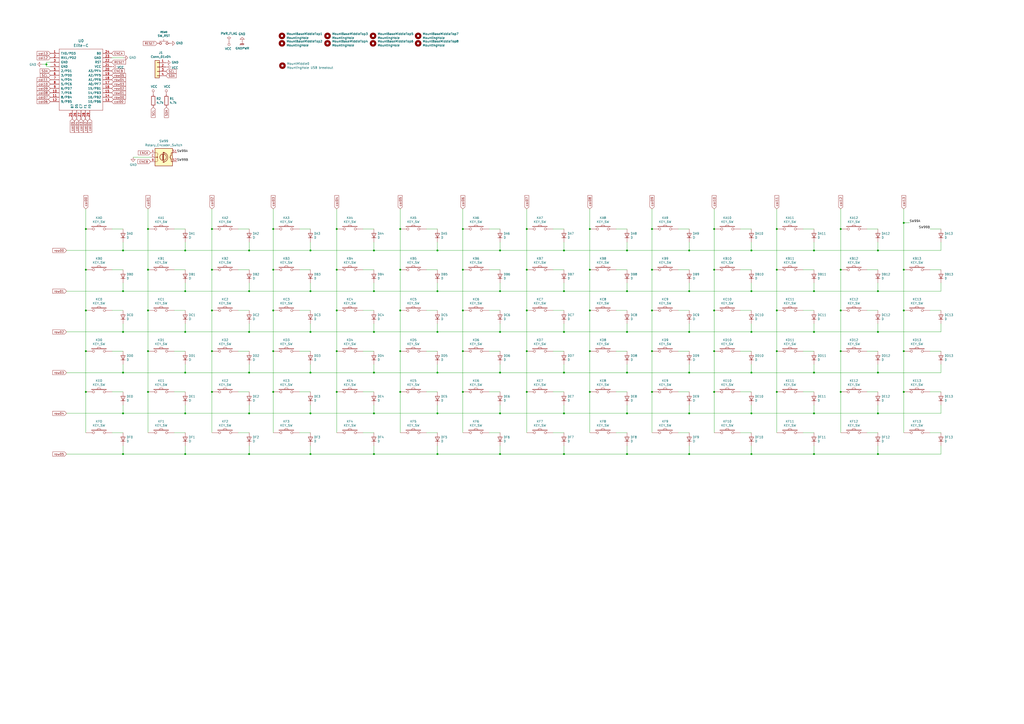
<source format=kicad_sch>
(kicad_sch (version 20211123) (generator eeschema)
  (paper "A2")
  (lib_symbols
    (symbol "keyboard:Conn_01x04" (pin_names (offset 1.016) hide)
      (property "Reference" "J" (at 0 5.08 0))
      (property "Value" "Conn_01x04" (at 0 -7.62 0))
      (symbol "Conn_01x04_1_1"
        (pin passive line (at -5.08 -5.08 0) (length 3.81) (name "Pin_1") (number "1"))
        (pin passive line (at -5.08 -2.54 0) (length 3.81) (name "Pin_2") (number "2"))
        (pin passive line (at -5.08 0 0) (length 3.81) (name "Pin_3") (number "3"))
        (pin passive line (at -5.08 2.54 0) (length 3.81) (name "Pin_4") (number "4"))
      )
    )
    (symbol "keyboard:D" (pin_numbers hide) (pin_names (offset 1.016) hide)
      (property "Reference" "D" (at 0 -2.54 0))
      (property "Value" "D" (at 0 -2.54 0))
      (symbol "D_1_1"
        (pin passive line (at -3.81 0 0) (length 2.54) (name "K") (number "1"))
        (pin passive line (at 3.81 0 180) (length 2.54) (name "A") (number "2"))
      )
    )
    (symbol "keyboard:Elite-C" (pin_names (offset 1.016))
      (property "Reference" "U" (at 0 0 0))
      (property "Value" "Elite-C" (at 0 2.54 0))
      (symbol "Elite-C_1_1"
        (pin input line (at -17.78 13.97 0) (length 5.08) (name "TX0/PD3") (number "1"))
        (pin input line (at -17.78 -8.89 0) (length 5.08) (name "7/PE6") (number "10"))
        (pin input line (at -17.78 -11.43 0) (length 5.08) (name "8/PB4") (number "11"))
        (pin input line (at -17.78 -13.97 0) (length 5.08) (name "9/PB5") (number "12"))
        (pin input line (at 17.78 -13.97 180) (length 5.08) (name "10/PB6") (number "13"))
        (pin input line (at 17.78 -11.43 180) (length 5.08) (name "16/PB2") (number "14"))
        (pin input line (at 17.78 -8.89 180) (length 5.08) (name "14/PB3") (number "15"))
        (pin input line (at 17.78 -6.35 180) (length 5.08) (name "15/PB1") (number "16"))
        (pin input line (at 17.78 -3.81 180) (length 5.08) (name "A0/PF7") (number "17"))
        (pin input line (at 17.78 -1.27 180) (length 5.08) (name "A1/PF6") (number "18"))
        (pin input line (at 17.78 1.27 180) (length 5.08) (name "A2/PF5") (number "19"))
        (pin input line (at -17.78 11.43 0) (length 5.08) (name "RX1/PD2") (number "2"))
        (pin input line (at 17.78 3.81 180) (length 5.08) (name "A3/PF4") (number "20"))
        (pin power_in line (at 17.78 6.35 180) (length 5.08) (name "VCC") (number "21"))
        (pin input line (at 17.78 8.89 180) (length 5.08) (name "RST") (number "22"))
        (pin power_in line (at 17.78 11.43 180) (length 5.08) (name "GND") (number "23"))
        (pin input line (at 17.78 13.97 180) (length 5.08) (name "B0") (number "24"))
        (pin input line (at -5.08 -24.13 90) (length 5.08) (name "B7") (number "25"))
        (pin input line (at -2.54 -24.13 90) (length 5.08) (name "D5") (number "26"))
        (pin input line (at 0 -24.13 90) (length 5.08) (name "C7") (number "27"))
        (pin input line (at 2.54 -24.13 90) (length 5.08) (name "F1") (number "28"))
        (pin input line (at 5.08 -24.13 90) (length 5.08) (name "F0") (number "29"))
        (pin power_in line (at -17.78 8.89 0) (length 5.08) (name "GND") (number "3"))
        (pin power_in line (at -17.78 6.35 0) (length 5.08) (name "GND") (number "4"))
        (pin input line (at -17.78 3.81 0) (length 5.08) (name "2/PD1") (number "5"))
        (pin input line (at -17.78 1.27 0) (length 5.08) (name "3/PD0") (number "6"))
        (pin input line (at -17.78 -1.27 0) (length 5.08) (name "4/PD4") (number "7"))
        (pin input line (at -17.78 -3.81 0) (length 5.08) (name "5/PC6") (number "8"))
        (pin input line (at -17.78 -6.35 0) (length 5.08) (name "6/PD7") (number "9"))
      )
    )
    (symbol "keyboard:GND" (power) (pin_names (offset 0))
      (property "Value" "GND" (at 0 -3.81 0))
      (symbol "GND_1_1"
        (pin power_in line (at 0 0 270) (length 0) hide (name "GND") (number "1"))
      )
    )
    (symbol "keyboard:GND_FLAG" (power) (pin_names (offset 0))
      (property "Value" "GND_FLAG" (at 0 -3.302 0))
      (symbol "GND_FLAG_1_1"
        (pin power_in line (at 0 0 270) (length 0) hide (name "GNDPWR") (number "1"))
      )
    )
    (symbol "keyboard:KEY_SW" (pin_numbers hide) (pin_names (offset 1.016) hide)
      (property "Reference" "K" (at -3.81 2.794 0))
      (property "Value" "KEY_SW" (at 0 -2.032 0))
      (symbol "KEY_SW_0_1"
        (pin passive inverted (at -7.62 0 0) (length 5.08) (name "1") (number "1"))
        (pin passive inverted (at 7.62 0 180) (length 5.08) (name "2") (number "2"))
      )
    )
    (symbol "keyboard:MountingHole" (pin_names (offset 1.016))
      (property "Reference" "H" (at 0 5.08 0))
      (property "Value" "MountingHole" (at 0 3.175 0))
    )
    (symbol "keyboard:PWR_FLAG" (power) (pin_numbers hide) (pin_names (offset 0) hide)
      (property "Value" "PWR_FLAG" (at 0 3.81 0))
      (symbol "PWR_FLAG_0_0"
        (pin power_out line (at 0 0 90) (length 0) (name "pwr") (number "1"))
      )
    )
    (symbol "keyboard:R" (pin_numbers hide) (pin_names (offset 0))
      (property "Reference" "R" (at 2.032 0 90))
      (property "Value" "R" (at 0 0 90))
      (symbol "R_1_1"
        (pin passive line (at 0 3.81 270) (length 1.27) (name "~") (number "1"))
        (pin passive line (at 0 -3.81 90) (length 1.27) (name "~") (number "2"))
      )
    )
    (symbol "keyboard:Rotary_Encoder_Switch" (pin_names (offset 0.254) hide)
      (property "Reference" "SW" (at 0 6.604 0))
      (property "Value" "Rotary_Encoder_Switch" (at 0 -6.604 0))
      (symbol "Rotary_Encoder_Switch_1_1"
        (pin passive line (at -7.62 2.54 0) (length 2.54) (name "A") (number "A"))
        (pin passive line (at -7.62 -2.54 0) (length 2.54) (name "B") (number "B"))
        (pin passive line (at -7.62 0 0) (length 2.54) (name "C") (number "C"))
        (pin passive line (at 7.62 2.54 180) (length 2.54) (name "S1") (number "S1"))
        (pin passive line (at 7.62 -2.54 180) (length 2.54) (name "S2") (number "S2"))
      )
    )
    (symbol "keyboard:SW_RST" (pin_numbers hide) (pin_names (offset 1.016) hide)
      (property "Reference" "RSW" (at 2.54 2.54 0))
      (property "Value" "SW_RST" (at 0 -2.54 0))
      (symbol "SW_RST_0_1"
        (pin passive inverted (at -3.81 0 0) (length 2.54) (name "1") (number "1"))
        (pin passive inverted (at 3.81 0 180) (length 2.54) (name "2") (number "2"))
      )
    )
    (symbol "keyboard:VCC" (power) (pin_names (offset 0))
      (property "Value" "VCC" (at 0 3.81 0))
      (symbol "VCC_1_1"
        (pin power_in line (at 0 0 90) (length 0) hide (name "VCC") (number "1"))
      )
    )
  )
  (junction (at 268.478 180.086))
  (junction (at 232.156 203.708))
  (junction (at 305.562 227.33))
  (junction (at 327.152 239.776))
  (junction (at 399.796 168.91))
  (junction (at 414.274 132.842))
  (junction (at 216.916 192.532))
  (junction (at 399.796 145.288))
  (junction (at 49.784 132.842))
  (junction (at 216.916 239.776))
  (junction (at 180.086 192.532))
  (junction (at 487.68 227.33))
  (junction (at 49.784 203.708))
  (junction (at 450.596 156.464))
  (junction (at 509.27 216.154))
  (junction (at 253.746 192.532))
  (junction (at 122.936 203.708))
  (junction (at 327.152 192.532))
  (junction (at 158.496 203.708))
  (junction (at 509.27 239.776))
  (junction (at 253.746 239.776))
  (junction (at 85.852 132.842))
  (junction (at 216.916 168.91))
  (junction (at 26.924 37.338))
  (junction (at 216.916 145.288))
  (junction (at 363.728 168.91))
  (junction (at 399.796 263.398))
  (junction (at 363.728 239.776))
  (junction (at 71.374 168.91))
  (junction (at 472.186 263.398))
  (junction (at 180.086 216.154))
  (junction (at 378.206 203.708))
  (junction (at 107.442 168.91))
  (junction (at 524.256 180.086))
  (junction (at 253.746 168.91))
  (junction (at 487.68 180.086))
  (junction (at 399.796 216.154))
  (junction (at 49.784 156.464))
  (junction (at 268.478 156.464))
  (junction (at 378.206 132.842))
  (junction (at 290.068 145.288))
  (junction (at 414.274 203.708))
  (junction (at 268.478 227.33))
  (junction (at 144.526 239.776))
  (junction (at 107.442 263.398))
  (junction (at 450.596 227.33))
  (junction (at 253.746 216.154))
  (junction (at 71.374 145.288))
  (junction (at 378.206 180.086))
  (junction (at 305.562 203.708))
  (junction (at 195.326 132.842))
  (junction (at 487.68 132.842))
  (junction (at 158.496 227.33))
  (junction (at 524.256 203.708))
  (junction (at 71.374 192.532))
  (junction (at 144.526 216.154))
  (junction (at 122.936 180.086))
  (junction (at 342.138 156.464))
  (junction (at 232.156 227.33))
  (junction (at 290.068 239.776))
  (junction (at 363.728 192.532))
  (junction (at 450.596 132.842))
  (junction (at 122.936 227.33))
  (junction (at 487.68 156.464))
  (junction (at 435.864 216.154))
  (junction (at 363.728 216.154))
  (junction (at 472.186 239.776))
  (junction (at 342.138 180.086))
  (junction (at 85.852 156.464))
  (junction (at 435.864 263.398))
  (junction (at 327.152 168.91))
  (junction (at 195.326 180.086))
  (junction (at 472.186 168.91))
  (junction (at 232.156 156.464))
  (junction (at 509.27 192.532))
  (junction (at 305.562 132.842))
  (junction (at 472.186 145.288))
  (junction (at 107.442 145.288))
  (junction (at 290.068 216.154))
  (junction (at 290.068 168.91))
  (junction (at 144.526 168.91))
  (junction (at 49.784 180.086))
  (junction (at 524.256 156.464))
  (junction (at 158.496 156.464))
  (junction (at 327.152 263.398))
  (junction (at 180.086 168.91))
  (junction (at 399.796 192.532))
  (junction (at 158.496 132.842))
  (junction (at 71.374 216.154))
  (junction (at 435.864 239.776))
  (junction (at 180.086 263.398))
  (junction (at 342.138 203.708))
  (junction (at 450.596 203.708))
  (junction (at 253.746 263.398))
  (junction (at 378.206 156.464))
  (junction (at 107.442 192.532))
  (junction (at 378.206 227.33))
  (junction (at 327.152 216.154))
  (junction (at 435.864 145.288))
  (junction (at 107.442 239.776))
  (junction (at 414.274 156.464))
  (junction (at 49.784 227.33))
  (junction (at 85.852 180.086))
  (junction (at 290.068 192.532))
  (junction (at 509.27 168.91))
  (junction (at 144.526 145.288))
  (junction (at 327.152 145.288))
  (junction (at 268.478 203.708))
  (junction (at 342.138 227.33))
  (junction (at 305.562 180.086))
  (junction (at 232.156 180.086))
  (junction (at 216.916 263.398))
  (junction (at 144.526 263.398))
  (junction (at 399.796 239.776))
  (junction (at 472.186 216.154))
  (junction (at 232.156 132.842))
  (junction (at 472.186 192.532))
  (junction (at 216.916 216.154))
  (junction (at 71.374 263.398))
  (junction (at 363.728 263.398))
  (junction (at 195.326 156.464))
  (junction (at 305.562 156.464))
  (junction (at 524.256 129.286))
  (junction (at 180.086 145.288))
  (junction (at 144.526 192.532))
  (junction (at 122.936 156.464))
  (junction (at 253.746 145.288))
  (junction (at 180.086 239.776))
  (junction (at 524.256 227.33))
  (junction (at 268.478 132.842))
  (junction (at 509.27 263.398))
  (junction (at 363.728 145.288))
  (junction (at 414.274 180.086))
  (junction (at 435.864 168.91))
  (junction (at 414.274 227.33))
  (junction (at 195.326 227.33))
  (junction (at 71.374 239.776))
  (junction (at 487.68 203.708))
  (junction (at 450.596 180.086))
  (junction (at 107.442 216.154))
  (junction (at 290.068 263.398))
  (junction (at 195.326 203.708))
  (junction (at 435.864 192.532))
  (junction (at 509.27 145.288))
  (junction (at 85.852 203.708))
  (junction (at 122.936 132.842))
  (junction (at 342.138 132.842))
  (junction (at 85.852 227.33))
  (junction (at 158.496 180.086))
  (wire (pts (xy 144.526 263.398) (xy 107.442 263.398)))
  (wire (pts (xy 65.024 180.086) (xy 71.374 180.086)))
  (wire (pts (xy 71.374 239.776) (xy 107.442 239.776)))
  (wire (pts (xy 378.206 180.086) (xy 378.206 203.708)))
  (wire (pts (xy 180.086 140.462) (xy 180.086 145.288)))
  (wire (pts (xy 290.068 140.462) (xy 290.068 145.288)))
  (wire (pts (xy 107.442 168.91) (xy 71.374 168.91)))
  (wire (pts (xy 122.936 121.158) (xy 122.936 132.842)))
  (wire (pts (xy 173.736 227.33) (xy 180.086 227.33)))
  (wire (pts (xy 107.442 187.706) (xy 107.442 192.532)))
  (wire (pts (xy 216.916 187.706) (xy 216.916 192.532)))
  (wire (pts (xy 71.374 192.532) (xy 107.442 192.532)))
  (wire (pts (xy 327.152 192.532) (xy 363.728 192.532)))
  (wire (pts (xy 435.864 239.776) (xy 472.186 239.776)))
  (wire (pts (xy 253.746 263.398) (xy 216.916 263.398)))
  (wire (pts (xy 450.596 227.33) (xy 450.596 250.952)))
  (wire (pts (xy 509.27 211.328) (xy 509.27 216.154)))
  (wire (pts (xy 138.176 227.33) (xy 144.526 227.33)))
  (wire (pts (xy 180.086 168.91) (xy 144.526 168.91)))
  (wire (pts (xy 320.802 250.952) (xy 327.152 250.952)))
  (wire (pts (xy 472.186 211.328) (xy 472.186 216.154)))
  (wire (pts (xy 327.152 164.084) (xy 327.152 168.91)))
  (wire (pts (xy 290.068 258.572) (xy 290.068 263.398)))
  (wire (pts (xy 393.446 250.952) (xy 399.796 250.952)))
  (wire (pts (xy 450.596 132.842) (xy 450.596 156.464)))
  (wire (pts (xy 71.374 164.084) (xy 71.374 168.91)))
  (wire (pts (xy 545.846 263.398) (xy 545.846 258.572)))
  (wire (pts (xy 71.374 140.462) (xy 71.374 145.288)))
  (wire (pts (xy 173.736 132.842) (xy 180.086 132.842)))
  (wire (pts (xy 216.916 211.328) (xy 216.916 216.154)))
  (wire (pts (xy 180.086 239.776) (xy 216.916 239.776)))
  (wire (pts (xy 472.186 239.776) (xy 509.27 239.776)))
  (wire (pts (xy 144.526 140.462) (xy 144.526 145.288)))
  (wire (pts (xy 144.526 216.154) (xy 107.442 216.154)))
  (wire (pts (xy 472.186 216.154) (xy 435.864 216.154)))
  (wire (pts (xy 450.596 180.086) (xy 450.596 203.708)))
  (wire (pts (xy 465.836 132.842) (xy 472.186 132.842)))
  (wire (pts (xy 429.514 227.33) (xy 435.864 227.33)))
  (wire (pts (xy 472.186 164.084) (xy 472.186 168.91)))
  (wire (pts (xy 305.562 203.708) (xy 305.562 227.33)))
  (wire (pts (xy 232.156 121.158) (xy 232.156 132.842)))
  (wire (pts (xy 342.138 203.708) (xy 342.138 227.33)))
  (wire (pts (xy 107.442 145.288) (xy 144.526 145.288)))
  (wire (pts (xy 305.562 227.33) (xy 305.562 250.952)))
  (wire (pts (xy 399.796 239.776) (xy 435.864 239.776)))
  (wire (pts (xy 502.92 180.086) (xy 509.27 180.086)))
  (wire (pts (xy 472.186 234.95) (xy 472.186 239.776)))
  (wire (pts (xy 144.526 211.328) (xy 144.526 216.154)))
  (wire (pts (xy 253.746 258.572) (xy 253.746 263.398)))
  (wire (pts (xy 524.256 180.086) (xy 524.256 203.708)))
  (wire (pts (xy 363.728 168.91) (xy 327.152 168.91)))
  (wire (pts (xy 363.728 187.706) (xy 363.728 192.532)))
  (wire (pts (xy 253.746 187.706) (xy 253.746 192.532)))
  (wire (pts (xy 399.796 168.91) (xy 363.728 168.91)))
  (wire (pts (xy 107.442 192.532) (xy 144.526 192.532)))
  (wire (pts (xy 85.852 121.158) (xy 85.852 132.842)))
  (wire (pts (xy 378.206 132.842) (xy 378.206 156.464)))
  (wire (pts (xy 283.718 180.086) (xy 290.068 180.086)))
  (wire (pts (xy 509.27 187.706) (xy 509.27 192.532)))
  (wire (pts (xy 85.852 203.708) (xy 85.852 227.33)))
  (wire (pts (xy 414.274 132.842) (xy 414.274 156.464)))
  (wire (pts (xy 399.796 140.462) (xy 399.796 145.288)))
  (wire (pts (xy 327.152 234.95) (xy 327.152 239.776)))
  (wire (pts (xy 122.936 203.708) (xy 122.936 227.33)))
  (wire (pts (xy 107.442 263.398) (xy 71.374 263.398)))
  (wire (pts (xy 253.746 168.91) (xy 216.916 168.91)))
  (wire (pts (xy 268.478 156.464) (xy 268.478 180.086)))
  (wire (pts (xy 524.256 129.286) (xy 524.256 156.464)))
  (wire (pts (xy 101.092 250.952) (xy 107.442 250.952)))
  (wire (pts (xy 487.68 227.33) (xy 487.68 250.952)))
  (wire (pts (xy 180.086 211.328) (xy 180.086 216.154)))
  (wire (pts (xy 216.916 234.95) (xy 216.916 239.776)))
  (wire (pts (xy 144.526 192.532) (xy 180.086 192.532)))
  (wire (pts (xy 502.92 250.952) (xy 509.27 250.952)))
  (wire (pts (xy 399.796 216.154) (xy 363.728 216.154)))
  (wire (pts (xy 107.442 234.95) (xy 107.442 239.776)))
  (wire (pts (xy 327.152 211.328) (xy 327.152 216.154)))
  (wire (pts (xy 327.152 168.91) (xy 290.068 168.91)))
  (wire (pts (xy 210.566 132.842) (xy 216.916 132.842)))
  (wire (pts (xy 107.442 216.154) (xy 71.374 216.154)))
  (wire (pts (xy 435.864 145.288) (xy 472.186 145.288)))
  (wire (pts (xy 465.836 227.33) (xy 472.186 227.33)))
  (wire (pts (xy 487.68 121.158) (xy 487.68 132.842)))
  (wire (pts (xy 158.496 121.158) (xy 158.496 132.842)))
  (wire (pts (xy 429.514 250.952) (xy 435.864 250.952)))
  (wire (pts (xy 363.728 140.462) (xy 363.728 145.288)))
  (wire (pts (xy 65.024 227.33) (xy 71.374 227.33)))
  (wire (pts (xy 472.186 140.462) (xy 472.186 145.288)))
  (wire (pts (xy 49.784 203.708) (xy 49.784 227.33)))
  (wire (pts (xy 524.256 203.708) (xy 524.256 227.33)))
  (wire (pts (xy 472.186 192.532) (xy 509.27 192.532)))
  (wire (pts (xy 545.846 187.706) (xy 545.846 192.532)))
  (wire (pts (xy 465.836 250.952) (xy 472.186 250.952)))
  (wire (pts (xy 327.152 258.572) (xy 327.152 263.398)))
  (wire (pts (xy 144.526 168.91) (xy 107.442 168.91)))
  (wire (pts (xy 539.496 203.708) (xy 545.846 203.708)))
  (wire (pts (xy 450.596 203.708) (xy 450.596 227.33)))
  (wire (pts (xy 363.728 239.776) (xy 399.796 239.776)))
  (wire (pts (xy 429.514 132.842) (xy 435.864 132.842)))
  (wire (pts (xy 180.086 145.288) (xy 216.916 145.288)))
  (wire (pts (xy 180.086 263.398) (xy 144.526 263.398)))
  (wire (pts (xy 435.864 192.532) (xy 472.186 192.532)))
  (wire (pts (xy 195.326 132.842) (xy 195.326 156.464)))
  (wire (pts (xy 305.562 156.464) (xy 305.562 180.086)))
  (wire (pts (xy 414.274 156.464) (xy 414.274 180.086)))
  (wire (pts (xy 65.024 156.464) (xy 71.374 156.464)))
  (wire (pts (xy 195.326 227.33) (xy 195.326 250.952)))
  (wire (pts (xy 450.596 156.464) (xy 450.596 180.086)))
  (wire (pts (xy 509.27 263.398) (xy 472.186 263.398)))
  (wire (pts (xy 545.846 211.328) (xy 545.846 216.154)))
  (wire (pts (xy 472.186 168.91) (xy 435.864 168.91)))
  (wire (pts (xy 363.728 211.328) (xy 363.728 216.154)))
  (wire (pts (xy 64.77 33.528) (xy 71.628 33.528)))
  (wire (pts (xy 210.566 180.086) (xy 216.916 180.086)))
  (wire (pts (xy 253.746 140.462) (xy 253.746 145.288)))
  (wire (pts (xy 195.326 180.086) (xy 195.326 203.708)))
  (wire (pts (xy 399.796 258.572) (xy 399.796 263.398)))
  (wire (pts (xy 539.496 180.086) (xy 545.846 180.086)))
  (wire (pts (xy 509.27 140.462) (xy 509.27 145.288)))
  (wire (pts (xy 180.086 192.532) (xy 216.916 192.532)))
  (wire (pts (xy 472.186 258.572) (xy 472.186 263.398)))
  (wire (pts (xy 502.92 203.708) (xy 509.27 203.708)))
  (wire (pts (xy 49.784 227.33) (xy 49.784 250.952)))
  (wire (pts (xy 342.138 121.158) (xy 342.138 132.842)))
  (wire (pts (xy 216.916 216.154) (xy 180.086 216.154)))
  (wire (pts (xy 327.152 187.706) (xy 327.152 192.532)))
  (wire (pts (xy 320.802 156.464) (xy 327.152 156.464)))
  (wire (pts (xy 71.374 145.288) (xy 38.608 145.288)))
  (wire (pts (xy 107.442 211.328) (xy 107.442 216.154)))
  (wire (pts (xy 399.796 187.706) (xy 399.796 192.532)))
  (wire (pts (xy 107.442 258.572) (xy 107.442 263.398)))
  (wire (pts (xy 363.728 263.398) (xy 327.152 263.398)))
  (wire (pts (xy 414.274 203.708) (xy 414.274 227.33)))
  (wire (pts (xy 283.718 250.952) (xy 290.068 250.952)))
  (wire (pts (xy 545.846 164.084) (xy 545.846 168.91)))
  (wire (pts (xy 210.566 250.952) (xy 216.916 250.952)))
  (wire (pts (xy 509.27 164.084) (xy 509.27 168.91)))
  (wire (pts (xy 216.916 239.776) (xy 253.746 239.776)))
  (wire (pts (xy 399.796 263.398) (xy 363.728 263.398)))
  (wire (pts (xy 49.784 121.158) (xy 49.784 132.842)))
  (wire (pts (xy 26.924 37.338) (xy 24.384 37.338)))
  (wire (pts (xy 195.326 121.158) (xy 195.326 132.842)))
  (wire (pts (xy 122.936 156.464) (xy 122.936 180.086)))
  (wire (pts (xy 429.514 156.464) (xy 435.864 156.464)))
  (wire (pts (xy 509.27 192.532) (xy 545.846 192.532)))
  (wire (pts (xy 290.068 164.084) (xy 290.068 168.91)))
  (wire (pts (xy 283.718 132.842) (xy 290.068 132.842)))
  (wire (pts (xy 232.156 203.708) (xy 232.156 227.33)))
  (wire (pts (xy 429.514 180.086) (xy 435.864 180.086)))
  (wire (pts (xy 509.27 263.398) (xy 545.846 263.398)))
  (wire (pts (xy 180.086 164.084) (xy 180.086 168.91)))
  (wire (pts (xy 320.802 180.086) (xy 327.152 180.086)))
  (wire (pts (xy 210.566 227.33) (xy 216.916 227.33)))
  (wire (pts (xy 283.718 227.33) (xy 290.068 227.33)))
  (wire (pts (xy 524.256 156.464) (xy 524.256 180.086)))
  (wire (pts (xy 216.916 164.084) (xy 216.916 168.91)))
  (wire (pts (xy 465.836 156.464) (xy 472.186 156.464)))
  (wire (pts (xy 210.566 156.464) (xy 216.916 156.464)))
  (wire (pts (xy 305.562 121.158) (xy 305.562 132.842)))
  (wire (pts (xy 545.846 140.462) (xy 545.846 145.288)))
  (wire (pts (xy 144.526 145.288) (xy 180.086 145.288)))
  (wire (pts (xy 26.924 36.068) (xy 26.924 37.338)))
  (wire (pts (xy 71.374 168.91) (xy 38.608 168.91)))
  (wire (pts (xy 247.396 227.33) (xy 253.746 227.33)))
  (wire (pts (xy 216.916 192.532) (xy 253.746 192.532)))
  (wire (pts (xy 247.396 132.842) (xy 253.746 132.842)))
  (wire (pts (xy 435.864 263.398) (xy 399.796 263.398)))
  (wire (pts (xy 247.396 180.086) (xy 253.746 180.086)))
  (wire (pts (xy 509.27 234.95) (xy 509.27 239.776)))
  (wire (pts (xy 65.024 132.842) (xy 71.374 132.842)))
  (wire (pts (xy 71.374 258.572) (xy 71.374 263.398)))
  (wire (pts (xy 290.068 168.91) (xy 253.746 168.91)))
  (wire (pts (xy 327.152 140.462) (xy 327.152 145.288)))
  (wire (pts (xy 232.156 227.33) (xy 232.156 250.952)))
  (wire (pts (xy 450.596 121.158) (xy 450.596 132.842)))
  (wire (pts (xy 210.566 203.708) (xy 216.916 203.708)))
  (wire (pts (xy 363.728 145.288) (xy 399.796 145.288)))
  (wire (pts (xy 173.736 203.708) (xy 180.086 203.708)))
  (wire (pts (xy 378.206 203.708) (xy 378.206 227.33)))
  (wire (pts (xy 393.446 156.464) (xy 399.796 156.464)))
  (wire (pts (xy 393.446 132.842) (xy 399.796 132.842)))
  (wire (pts (xy 232.156 156.464) (xy 232.156 180.086)))
  (wire (pts (xy 173.736 180.086) (xy 180.086 180.086)))
  (wire (pts (xy 487.68 132.842) (xy 487.68 156.464)))
  (wire (pts (xy 378.206 227.33) (xy 378.206 250.952)))
  (wire (pts (xy 320.802 132.842) (xy 327.152 132.842)))
  (wire (pts (xy 435.864 211.328) (xy 435.864 216.154)))
  (wire (pts (xy 158.496 180.086) (xy 158.496 203.708)))
  (wire (pts (xy 545.846 216.154) (xy 509.27 216.154)))
  (wire (pts (xy 363.728 234.95) (xy 363.728 239.776)))
  (wire (pts (xy 414.274 227.33) (xy 414.274 250.952)))
  (wire (pts (xy 216.916 263.398) (xy 180.086 263.398)))
  (wire (pts (xy 107.442 164.084) (xy 107.442 168.91)))
  (wire (pts (xy 138.176 250.952) (xy 144.526 250.952)))
  (wire (pts (xy 268.478 227.33) (xy 268.478 250.952)))
  (wire (pts (xy 101.092 156.464) (xy 107.442 156.464)))
  (wire (pts (xy 144.526 164.084) (xy 144.526 168.91)))
  (wire (pts (xy 26.924 38.608) (xy 29.21 38.608)))
  (wire (pts (xy 393.446 180.086) (xy 399.796 180.086)))
  (wire (pts (xy 435.864 234.95) (xy 435.864 239.776)))
  (wire (pts (xy 502.92 132.842) (xy 509.27 132.842)))
  (wire (pts (xy 487.68 203.708) (xy 487.68 227.33)))
  (wire (pts (xy 539.496 227.33) (xy 545.846 227.33)))
  (wire (pts (xy 49.784 180.086) (xy 49.784 203.708)))
  (wire (pts (xy 399.796 234.95) (xy 399.796 239.776)))
  (wire (pts (xy 290.068 211.328) (xy 290.068 216.154)))
  (wire (pts (xy 502.92 227.33) (xy 509.27 227.33)))
  (wire (pts (xy 144.526 258.572) (xy 144.526 263.398)))
  (wire (pts (xy 509.27 145.288) (xy 545.846 145.288)))
  (wire (pts (xy 283.718 203.708) (xy 290.068 203.708)))
  (wire (pts (xy 268.478 180.086) (xy 268.478 203.708)))
  (wire (pts (xy 195.326 203.708) (xy 195.326 227.33)))
  (wire (pts (xy 107.442 239.776) (xy 144.526 239.776)))
  (wire (pts (xy 399.796 145.288) (xy 435.864 145.288)))
  (wire (pts (xy 399.796 164.084) (xy 399.796 168.91)))
  (wire (pts (xy 268.478 121.158) (xy 268.478 132.842)))
  (wire (pts (xy 327.152 263.398) (xy 290.068 263.398)))
  (wire (pts (xy 357.378 250.952) (xy 363.728 250.952)))
  (wire (pts (xy 49.784 132.842) (xy 49.784 156.464)))
  (wire (pts (xy 77.216 91.186) (xy 87.376 91.186)))
  (wire (pts (xy 253.746 239.776) (xy 290.068 239.776)))
  (wire (pts (xy 138.176 203.708) (xy 144.526 203.708)))
  (wire (pts (xy 487.68 180.086) (xy 487.68 203.708)))
  (wire (pts (xy 524.256 121.158) (xy 524.256 129.286)))
  (wire (pts (xy 173.736 250.952) (xy 180.086 250.952)))
  (wire (pts (xy 85.852 156.464) (xy 85.852 180.086)))
  (wire (pts (xy 414.274 180.086) (xy 414.274 203.708)))
  (wire (pts (xy 290.068 192.532) (xy 327.152 192.532)))
  (wire (pts (xy 101.092 180.086) (xy 107.442 180.086)))
  (wire (pts (xy 502.92 156.464) (xy 509.27 156.464)))
  (wire (pts (xy 393.446 227.33) (xy 399.796 227.33)))
  (wire (pts (xy 253.746 234.95) (xy 253.746 239.776)))
  (wire (pts (xy 180.086 258.572) (xy 180.086 263.398)))
  (wire (pts (xy 472.186 187.706) (xy 472.186 192.532)))
  (wire (pts (xy 216.916 145.288) (xy 253.746 145.288)))
  (wire (pts (xy 144.526 187.706) (xy 144.526 192.532)))
  (wire (pts (xy 342.138 227.33) (xy 342.138 250.952)))
  (wire (pts (xy 158.496 132.842) (xy 158.496 156.464)))
  (wire (pts (xy 399.796 211.328) (xy 399.796 216.154)))
  (wire (pts (xy 71.374 145.288) (xy 107.442 145.288)))
  (wire (pts (xy 357.378 180.086) (xy 363.728 180.086)))
  (wire (pts (xy 85.852 227.33) (xy 85.852 250.952)))
  (wire (pts (xy 216.916 140.462) (xy 216.916 145.288)))
  (wire (pts (xy 253.746 192.532) (xy 290.068 192.532)))
  (wire (pts (xy 138.176 132.842) (xy 144.526 132.842)))
  (wire (pts (xy 138.176 156.464) (xy 144.526 156.464)))
  (wire (pts (xy 509.27 258.572) (xy 509.27 263.398)))
  (wire (pts (xy 180.086 216.154) (xy 144.526 216.154)))
  (wire (pts (xy 253.746 211.328) (xy 253.746 216.154)))
  (wire (pts (xy 290.068 216.154) (xy 253.746 216.154)))
  (wire (pts (xy 232.156 180.086) (xy 232.156 203.708)))
  (wire (pts (xy 327.152 239.776) (xy 363.728 239.776)))
  (wire (pts (xy 101.092 132.842) (xy 107.442 132.842)))
  (wire (pts (xy 247.396 250.952) (xy 253.746 250.952)))
  (wire (pts (xy 85.852 132.842) (xy 85.852 156.464)))
  (wire (pts (xy 71.374 211.328) (xy 71.374 216.154)))
  (wire (pts (xy 180.086 187.706) (xy 180.086 192.532)))
  (wire (pts (xy 71.374 216.154) (xy 38.608 216.154)))
  (wire (pts (xy 122.936 227.33) (xy 122.936 250.952)))
  (wire (pts (xy 539.496 250.952) (xy 545.846 250.952)))
  (wire (pts (xy 524.256 227.33) (xy 524.256 250.952)))
  (wire (pts (xy 305.562 180.086) (xy 305.562 203.708)))
  (wire (pts (xy 26.924 37.338) (xy 26.924 38.608)))
  (wire (pts (xy 414.274 121.158) (xy 414.274 132.842)))
  (wire (pts (xy 435.864 216.154) (xy 399.796 216.154)))
  (wire (pts (xy 216.916 168.91) (xy 180.086 168.91)))
  (wire (pts (xy 435.864 164.084) (xy 435.864 168.91)))
  (wire (pts (xy 357.378 227.33) (xy 363.728 227.33)))
  (wire (pts (xy 342.138 156.464) (xy 342.138 180.086)))
  (wire (pts (xy 363.728 216.154) (xy 327.152 216.154)))
  (wire (pts (xy 268.478 132.842) (xy 268.478 156.464)))
  (wire (pts (xy 509.27 239.776) (xy 545.846 239.776)))
  (wire (pts (xy 290.068 187.706) (xy 290.068 192.532)))
  (wire (pts (xy 71.374 239.776) (xy 38.608 239.776)))
  (wire (pts (xy 393.446 203.708) (xy 399.796 203.708)))
  (wire (pts (xy 290.068 145.288) (xy 327.152 145.288)))
  (wire (pts (xy 71.374 234.95) (xy 71.374 239.776)))
  (wire (pts (xy 545.846 234.95) (xy 545.846 239.776)))
  (wire (pts (xy 253.746 164.084) (xy 253.746 168.91)))
  (wire (pts (xy 247.396 156.464) (xy 253.746 156.464)))
  (wire (pts (xy 509.27 168.91) (xy 472.186 168.91)))
  (wire (pts (xy 320.802 227.33) (xy 327.152 227.33)))
  (wire (pts (xy 232.156 132.842) (xy 232.156 156.464)))
  (wire (pts (xy 465.836 180.086) (xy 472.186 180.086)))
  (wire (pts (xy 290.068 263.398) (xy 253.746 263.398)))
  (wire (pts (xy 122.936 180.086) (xy 122.936 203.708)))
  (wire (pts (xy 357.378 203.708) (xy 363.728 203.708)))
  (wire (pts (xy 101.092 227.33) (xy 107.442 227.33)))
  (wire (pts (xy 71.374 187.706) (xy 71.374 192.532)))
  (wire (pts (xy 327.152 145.288) (xy 363.728 145.288)))
  (wire (pts (xy 378.206 156.464) (xy 378.206 180.086)))
  (wire (pts (xy 342.138 180.086) (xy 342.138 203.708)))
  (wire (pts (xy 290.068 234.95) (xy 290.068 239.776)))
  (wire (pts (xy 472.186 145.288) (xy 509.27 145.288)))
  (wire (pts (xy 435.864 168.91) (xy 399.796 168.91)))
  (wire (pts (xy 122.936 132.842) (xy 122.936 156.464)))
  (wire (pts (xy 435.864 187.706) (xy 435.864 192.532)))
  (wire (pts (xy 268.478 203.708) (xy 268.478 227.33)))
  (wire (pts (xy 144.526 234.95) (xy 144.526 239.776)))
  (wire (pts (xy 363.728 192.532) (xy 399.796 192.532)))
  (wire (pts (xy 158.496 203.708) (xy 158.496 227.33)))
  (wire (pts (xy 545.846 168.91) (xy 509.27 168.91)))
  (wire (pts (xy 472.186 263.398) (xy 435.864 263.398)))
  (wire (pts (xy 107.442 140.462) (xy 107.442 145.288)))
  (wire (pts (xy 180.086 234.95) (xy 180.086 239.776)))
  (wire (pts (xy 71.374 192.532) (xy 38.608 192.532)))
  (wire (pts (xy 363.728 164.084) (xy 363.728 168.91)))
  (wire (pts (xy 399.796 192.532) (xy 435.864 192.532)))
  (wire (pts (xy 65.024 250.952) (xy 71.374 250.952)))
  (wire (pts (xy 144.526 239.776) (xy 180.086 239.776)))
  (wire (pts (xy 290.068 239.776) (xy 327.152 239.776)))
  (wire (pts (xy 138.176 180.086) (xy 144.526 180.086)))
  (wire (pts (xy 539.496 132.842) (xy 545.846 132.842)))
  (wire (pts (xy 101.092 203.708) (xy 107.442 203.708)))
  (wire (pts (xy 327.152 216.154) (xy 290.068 216.154)))
  (wire (pts (xy 539.496 156.464) (xy 545.846 156.464)))
  (wire (pts (xy 283.718 156.464) (xy 290.068 156.464)))
  (wire (pts (xy 49.784 156.464) (xy 49.784 180.086)))
  (wire (pts (xy 429.514 203.708) (xy 435.864 203.708)))
  (wire (pts (xy 487.68 156.464) (xy 487.68 180.086)))
  (wire (pts (xy 85.852 180.086) (xy 85.852 203.708)))
  (wire (pts (xy 247.396 203.708) (xy 253.746 203.708)))
  (wire (pts (xy 29.21 36.068) (xy 26.924 36.068)))
  (wire (pts (xy 435.864 258.572) (xy 435.864 263.398)))
  (wire (pts (xy 216.916 258.572) (xy 216.916 263.398)))
  (wire (pts (xy 158.496 227.33) (xy 158.496 250.952)))
  (wire (pts (xy 378.206 121.158) (xy 378.206 132.842)))
  (wire (pts (xy 342.138 132.842) (xy 342.138 156.464)))
  (wire (pts (xy 71.374 263.398) (xy 38.608 263.398)))
  (wire (pts (xy 173.736 156.464) (xy 180.086 156.464)))
  (wire (pts (xy 305.562 132.842) (xy 305.562 156.464)))
  (wire (pts (xy 465.836 203.708) (xy 472.186 203.708)))
  (wire (pts (xy 253.746 145.288) (xy 290.068 145.288)))
  (wire (pts (xy 357.378 156.464) (xy 363.728 156.464)))
  (wire (pts (xy 158.496 156.464) (xy 158.496 180.086)))
  (wire (pts (xy 363.728 258.572) (xy 363.728 263.398)))
  (wire (pts (xy 357.378 132.842) (xy 363.728 132.842)))
  (wire (pts (xy 509.27 216.154) (xy 472.186 216.154)))
  (wire (pts (xy 527.558 129.286) (xy 524.256 129.286)))
  (wire (pts (xy 320.802 203.708) (xy 327.152 203.708)))
  (wire (pts (xy 435.864 140.462) (xy 435.864 145.288)))
  (wire (pts (xy 65.024 203.708) (xy 71.374 203.708)))
  (wire (pts (xy 253.746 216.154) (xy 216.916 216.154)))
  (wire (pts (xy 195.326 156.464) (xy 195.326 180.086)))
  (label "SW99B" (at 102.616 93.726 0))
  (label "SW99A" (at 527.558 129.286 0))
  (label "SW99A" (at 102.616 88.646 0))
  (label "SW99B" (at 539.496 132.842 180))
  (global_label "col06" (shape input) (at 268.478 121.158 90) (property "Intersheet References" "${INTERSHEET_REFS}" (effects hide)))
  (global_label "col10" (shape input) (at 29.21 48.768 180) (property "Intersheet References" "${INTERSHEET_REFS}" (effects hide)))
  (global_label "RESET" (shape input) (at 91.186 25.146 180) (property "Intersheet References" "${INTERSHEET_REFS}" (effects hide)))
  (global_label "SCL" (shape input) (at 88.9 62.23 270) (property "Intersheet References" "${INTERSHEET_REFS}" (effects hide)))
  (global_label "col11" (shape input) (at 29.21 46.228 180) (property "Intersheet References" "${INTERSHEET_REFS}" (effects hide)))
  (global_label "col09" (shape input) (at 378.206 121.158 90) (property "Intersheet References" "${INTERSHEET_REFS}" (effects hide)))
  (global_label "col11" (shape input) (at 450.596 121.158 90) (property "Intersheet References" "${INTERSHEET_REFS}" (effects hide)))
  (global_label "ENCB" (shape input) (at 64.77 41.148 0) (property "Intersheet References" "${INTERSHEET_REFS}" (effects hide)))
  (global_label "col00" (shape input) (at 64.77 58.928 0) (property "Intersheet References" "${INTERSHEET_REFS}" (effects hide)))
  (global_label "row03" (shape input) (at 38.608 216.154 180) (property "Intersheet References" "${INTERSHEET_REFS}" (effects hide)))
  (global_label "ENCA" (shape input) (at 64.77 30.988 0) (property "Intersheet References" "${INTERSHEET_REFS}" (effects hide)))
  (global_label "row05" (shape input) (at 64.77 43.688 0) (property "Intersheet References" "${INTERSHEET_REFS}" (effects hide)))
  (global_label "col03" (shape input) (at 46.99 69.088 270) (property "Intersheet References" "${INTERSHEET_REFS}" (effects hide)))
  (global_label "SDA" (shape input) (at 96.52 62.23 270) (property "Intersheet References" "${INTERSHEET_REFS}" (effects hide)))
  (global_label "row00" (shape input) (at 64.77 56.388 0) (property "Intersheet References" "${INTERSHEET_REFS}" (effects hide)))
  (global_label "row04" (shape input) (at 38.608 239.776 180) (property "Intersheet References" "${INTERSHEET_REFS}" (effects hide)))
  (global_label "RESET" (shape input) (at 64.77 36.068 0) (property "Intersheet References" "${INTERSHEET_REFS}" (effects hide)))
  (global_label "col05" (shape input) (at 232.156 121.158 90) (property "Intersheet References" "${INTERSHEET_REFS}" (effects hide)))
  (global_label "col02" (shape input) (at 49.53 69.088 270) (property "Intersheet References" "${INTERSHEET_REFS}" (effects hide)))
  (global_label "col00" (shape input) (at 49.784 121.158 90) (property "Intersheet References" "${INTERSHEET_REFS}" (effects hide)))
  (global_label "col04" (shape input) (at 44.45 69.088 270) (property "Intersheet References" "${INTERSHEET_REFS}" (effects hide)))
  (global_label "SCL" (shape input) (at 29.21 43.688 180) (property "Intersheet References" "${INTERSHEET_REFS}" (effects hide)))
  (global_label "row01" (shape input) (at 64.77 53.848 0) (property "Intersheet References" "${INTERSHEET_REFS}" (effects hide)))
  (global_label "row03" (shape input) (at 64.77 48.768 0) (property "Intersheet References" "${INTERSHEET_REFS}" (effects hide)))
  (global_label "SCL" (shape input) (at 96.266 41.402 0) (property "Intersheet References" "${INTERSHEET_REFS}" (effects hide)))
  (global_label "col01" (shape input) (at 85.852 121.158 90) (property "Intersheet References" "${INTERSHEET_REFS}" (effects hide)))
  (global_label "col01" (shape input) (at 52.07 69.088 270) (property "Intersheet References" "${INTERSHEET_REFS}" (effects hide)))
  (global_label "ENCA" (shape input) (at 87.376 88.646 180) (property "Intersheet References" "${INTERSHEET_REFS}" (effects hide)))
  (global_label "col08" (shape input) (at 342.138 121.158 90) (property "Intersheet References" "${INTERSHEET_REFS}" (effects hide)))
  (global_label "ENCB" (shape input) (at 87.376 93.726 180) (property "Intersheet References" "${INTERSHEET_REFS}" (effects hide)))
  (global_label "col13" (shape input) (at 524.256 121.158 90) (property "Intersheet References" "${INTERSHEET_REFS}" (effects hide)))
  (global_label "col07" (shape input) (at 29.21 56.388 180) (property "Intersheet References" "${INTERSHEET_REFS}" (effects hide)))
  (global_label "col12" (shape input) (at 487.68 121.158 90) (property "Intersheet References" "${INTERSHEET_REFS}" (effects hide)))
  (global_label "row02" (shape input) (at 64.77 51.308 0) (property "Intersheet References" "${INTERSHEET_REFS}" (effects hide)))
  (global_label "col05" (shape input) (at 41.91 69.088 270) (property "Intersheet References" "${INTERSHEET_REFS}" (effects hide)))
  (global_label "col04" (shape input) (at 195.326 121.158 90) (property "Intersheet References" "${INTERSHEET_REFS}" (effects hide)))
  (global_label "col06" (shape input) (at 29.21 58.928 180) (property "Intersheet References" "${INTERSHEET_REFS}" (effects hide)))
  (global_label "col07" (shape input) (at 305.562 121.158 90) (property "Intersheet References" "${INTERSHEET_REFS}" (effects hide)))
  (global_label "col13" (shape input) (at 29.21 30.988 180) (property "Intersheet References" "${INTERSHEET_REFS}" (effects hide)))
  (global_label "col09" (shape input) (at 29.21 51.308 180) (property "Intersheet References" "${INTERSHEET_REFS}" (effects hide)))
  (global_label "SDA" (shape input) (at 29.21 41.148 180) (property "Intersheet References" "${INTERSHEET_REFS}" (effects hide)))
  (global_label "row00" (shape input) (at 38.608 145.288 180) (property "Intersheet References" "${INTERSHEET_REFS}" (effects hide)))
  (global_label "row05" (shape input) (at 38.608 263.398 180) (property "Intersheet References" "${INTERSHEET_REFS}" (effects hide)))
  (global_label "row01" (shape input) (at 38.608 168.91 180) (property "Intersheet References" "${INTERSHEET_REFS}" (effects hide)))
  (global_label "col12" (shape input) (at 29.21 33.528 180) (property "Intersheet References" "${INTERSHEET_REFS}" (effects hide)))
  (global_label "row04" (shape input) (at 64.77 46.228 0) (property "Intersheet References" "${INTERSHEET_REFS}" (effects hide)))
  (global_label "col10" (shape input) (at 414.274 121.158 90) (property "Intersheet References" "${INTERSHEET_REFS}" (effects hide)))
  (global_label "row02" (shape input) (at 38.608 192.532 180) (property "Intersheet References" "${INTERSHEET_REFS}" (effects hide)))
  (global_label "col02" (shape input) (at 122.936 121.158 90) (property "Intersheet References" "${INTERSHEET_REFS}" (effects hide)))
  (global_label "col03" (shape input) (at 158.496 121.158 90) (property "Intersheet References" "${INTERSHEET_REFS}" (effects hide)))
  (global_label "col08" (shape input) (at 29.21 53.848 180) (property "Intersheet References" "${INTERSHEET_REFS}" (effects hide)))
  (global_label "SDA" (shape input) (at 96.266 43.942 0) (property "Intersheet References" "${INTERSHEET_REFS}" (effects hide)))
  (symbol (lib_id "keyboard:Rotary_Encoder_Switch") (at 94.996 91.186 0) (unit 1)
    (property "Reference" "SW99" (at 94.996 81.8642 0))
    (property "Value" "Rotary_Encoder_Switch" (at 94.996 84.1756 0))
    (property "Footprint" "keyboard:RotaryEncoder_Alps_EC11E-Switch_Vertical_H20mm" (effects hide))
  )
  (symbol (lib_id "keyboard:KEY_SW") (at 57.404 132.842 0) (unit 1)
    (property "Reference" "KA0" (at 57.404 126.365 0))
    (property "Value" "KEY_SW" (at 57.404 128.6764 0))
    (property "Footprint" "keyboard:SW_Cherry_MX_1.00u_Hotswap" (effects hide))
  )
  (symbol (lib_id "keyboard:GND") (at 24.384 37.338 270) (unit 1)
    (property "Reference" "#PWR0101" (effects hide))
    (property "Value" "GND" (at 21.1328 37.465 90) (effects (justify right)))
  )
  (symbol (lib_id "keyboard:VCC") (at 64.77 38.608 270) (unit 1)
    (property "Reference" "#PWR0110" (effects hide))
    (property "Value" "VCC" (at 68.0212 39.0398 90) (effects (justify left)))
  )
  (symbol (lib_id "keyboard:D") (at 71.374 160.274 90) (unit 1)
    (property "Reference" "DB0" (at 73.3806 159.1056 90) (effects (justify right)))
    (property "Value" "D" (at 73.3806 161.417 90) (effects (justify right)))
    (property "Footprint" "keyboard:Diode_THT" (effects hide))
  )
  (symbol (lib_id "keyboard:KEY_SW") (at 57.404 156.464 0) (unit 1)
    (property "Reference" "KB0" (at 57.404 149.987 0))
    (property "Value" "KEY_SW" (at 57.404 152.2984 0))
    (property "Footprint" "keyboard:SW_Cherry_MX_1.00u_Hotswap" (effects hide))
  )
  (symbol (lib_id "keyboard:GND") (at 77.216 91.186 0) (unit 1)
    (property "Reference" "#PWR0111" (effects hide))
    (property "Value" "GND" (at 77.343 95.5802 0))
  )
  (symbol (lib_id "keyboard:D") (at 71.374 183.896 90) (unit 1)
    (property "Reference" "DC0" (at 73.3806 182.7276 90) (effects (justify right)))
    (property "Value" "D" (at 73.3806 185.039 90) (effects (justify right)))
    (property "Footprint" "keyboard:Diode_THT" (effects hide))
  )
  (symbol (lib_id "keyboard:KEY_SW") (at 57.404 180.086 0) (unit 1)
    (property "Reference" "KC0" (at 57.404 173.609 0))
    (property "Value" "KEY_SW" (at 57.404 175.9204 0))
    (property "Footprint" "keyboard:SW_Cherry_MX_1.50u_Hotswap" (effects hide))
  )
  (symbol (lib_id "keyboard:D") (at 71.374 207.518 90) (unit 1)
    (property "Reference" "DD0" (at 73.3806 206.3496 90) (effects (justify right)))
    (property "Value" "D" (at 73.3806 208.661 90) (effects (justify right)))
    (property "Footprint" "keyboard:Diode_THT" (effects hide))
  )
  (symbol (lib_id "keyboard:KEY_SW") (at 57.404 203.708 0) (unit 1)
    (property "Reference" "KD0" (at 57.404 197.231 0))
    (property "Value" "KEY_SW" (at 57.404 199.5424 0))
    (property "Footprint" "keyboard:SW_Cherry_MX_1.75u_Hotswap" (effects hide))
  )
  (symbol (lib_id "keyboard:D") (at 71.374 231.14 90) (unit 1)
    (property "Reference" "DE0" (at 73.3806 229.9716 90) (effects (justify right)))
    (property "Value" "D" (at 73.3806 232.283 90) (effects (justify right)))
    (property "Footprint" "keyboard:Diode_THT" (effects hide))
  )
  (symbol (lib_id "keyboard:KEY_SW") (at 57.404 227.33 0) (unit 1)
    (property "Reference" "KE0" (at 57.404 220.853 0))
    (property "Value" "KEY_SW" (at 57.404 223.1644 0))
    (property "Footprint" "keyboard:SW_Cherry_MX_2.25u_Hotswap" (effects hide))
  )
  (symbol (lib_id "keyboard:D") (at 71.374 136.652 90) (unit 1)
    (property "Reference" "DA0" (at 73.3806 135.4836 90) (effects (justify right)))
    (property "Value" "D" (at 73.3806 137.795 90) (effects (justify right)))
    (property "Footprint" "keyboard:Diode_THT" (effects hide))
  )
  (symbol (lib_id "keyboard:D") (at 71.374 254.762 90) (unit 1)
    (property "Reference" "DF0" (at 73.3806 253.5936 90) (effects (justify right)))
    (property "Value" "D" (at 73.3806 255.905 90) (effects (justify right)))
    (property "Footprint" "keyboard:Diode_THT" (effects hide))
  )
  (symbol (lib_id "keyboard:D") (at 107.442 136.652 90) (unit 1)
    (property "Reference" "DA1" (at 109.4486 135.4836 90) (effects (justify right)))
    (property "Value" "D" (at 109.4486 137.795 90) (effects (justify right)))
    (property "Footprint" "keyboard:Diode_THT" (effects hide))
  )
  (symbol (lib_id "keyboard:KEY_SW") (at 93.472 132.842 0) (unit 1)
    (property "Reference" "KA1" (at 93.472 126.365 0))
    (property "Value" "KEY_SW" (at 93.472 128.6764 0))
    (property "Footprint" "keyboard:SW_Cherry_MX_1.00u_Hotswap" (effects hide))
  )
  (symbol (lib_id "keyboard:D") (at 107.442 160.274 90) (unit 1)
    (property "Reference" "DB1" (at 109.4486 159.1056 90) (effects (justify right)))
    (property "Value" "D" (at 109.4486 161.417 90) (effects (justify right)))
    (property "Footprint" "keyboard:Diode_THT" (effects hide))
  )
  (symbol (lib_id "keyboard:KEY_SW") (at 93.472 156.464 0) (unit 1)
    (property "Reference" "KB1" (at 93.472 149.987 0))
    (property "Value" "KEY_SW" (at 93.472 152.2984 0))
    (property "Footprint" "keyboard:SW_Cherry_MX_1.00u_Hotswap" (effects hide))
  )
  (symbol (lib_id "keyboard:D") (at 107.442 183.896 90) (unit 1)
    (property "Reference" "DC1" (at 109.4486 182.7276 90) (effects (justify right)))
    (property "Value" "D" (at 109.4486 185.039 90) (effects (justify right)))
    (property "Footprint" "keyboard:Diode_THT" (effects hide))
  )
  (symbol (lib_id "keyboard:KEY_SW") (at 93.472 180.086 0) (unit 1)
    (property "Reference" "KC1" (at 93.472 173.609 0))
    (property "Value" "KEY_SW" (at 93.472 175.9204 0))
    (property "Footprint" "keyboard:SW_Cherry_MX_1.00u_Hotswap" (effects hide))
  )
  (symbol (lib_id "keyboard:D") (at 107.442 207.518 90) (unit 1)
    (property "Reference" "DD1" (at 109.4486 206.3496 90) (effects (justify right)))
    (property "Value" "D" (at 109.4486 208.661 90) (effects (justify right)))
    (property "Footprint" "keyboard:Diode_THT" (effects hide))
  )
  (symbol (lib_id "keyboard:KEY_SW") (at 93.472 203.708 0) (unit 1)
    (property "Reference" "KD1" (at 93.472 197.231 0))
    (property "Value" "KEY_SW" (at 93.472 199.5424 0))
    (property "Footprint" "keyboard:SW_Cherry_MX_1.00u_Hotswap" (effects hide))
  )
  (symbol (lib_id "keyboard:D") (at 107.442 231.14 90) (unit 1)
    (property "Reference" "DE1" (at 109.4486 229.9716 90) (effects (justify right)))
    (property "Value" "D" (at 109.4486 232.283 90) (effects (justify right)))
    (property "Footprint" "keyboard:Diode_THT" (effects hide))
  )
  (symbol (lib_id "keyboard:KEY_SW") (at 93.472 227.33 0) (unit 1)
    (property "Reference" "KE1" (at 93.472 220.853 0))
    (property "Value" "KEY_SW" (at 93.472 223.1644 0))
    (property "Footprint" "keyboard:SW_Cherry_MX_1.00u_Hotswap" (effects hide))
  )
  (symbol (lib_id "keyboard:D") (at 107.442 254.762 90) (unit 1)
    (property "Reference" "DF1" (at 109.4486 253.5936 90) (effects (justify right)))
    (property "Value" "D" (at 109.4486 255.905 90) (effects (justify right)))
    (property "Footprint" "keyboard:Diode_THT" (effects hide))
  )
  (symbol (lib_id "keyboard:KEY_SW") (at 93.472 250.952 0) (unit 1)
    (property "Reference" "KF1" (at 93.472 244.475 0))
    (property "Value" "KEY_SW" (at 93.472 246.7864 0))
    (property "Footprint" "keyboard:SW_Cherry_MX_1.00u_Hotswap" (effects hide))
  )
  (symbol (lib_id "keyboard:D") (at 144.526 136.652 90) (unit 1)
    (property "Reference" "DA2" (at 146.5326 135.4836 90) (effects (justify right)))
    (property "Value" "D" (at 146.5326 137.795 90) (effects (justify right)))
    (property "Footprint" "keyboard:Diode_THT" (effects hide))
  )
  (symbol (lib_id "keyboard:KEY_SW") (at 130.556 132.842 0) (unit 1)
    (property "Reference" "KA2" (at 130.556 126.365 0))
    (property "Value" "KEY_SW" (at 130.556 128.6764 0))
    (property "Footprint" "keyboard:SW_Cherry_MX_1.00u_Hotswap" (effects hide))
  )
  (symbol (lib_id "keyboard:D") (at 144.526 160.274 90) (unit 1)
    (property "Reference" "DB2" (at 146.5326 159.1056 90) (effects (justify right)))
    (property "Value" "D" (at 146.5326 161.417 90) (effects (justify right)))
    (property "Footprint" "keyboard:Diode_THT" (effects hide))
  )
  (symbol (lib_id "keyboard:KEY_SW") (at 130.556 156.464 0) (unit 1)
    (property "Reference" "KB2" (at 130.556 149.987 0))
    (property "Value" "KEY_SW" (at 130.556 152.2984 0))
    (property "Footprint" "keyboard:SW_Cherry_MX_1.00u_Hotswap" (effects hide))
  )
  (symbol (lib_id "keyboard:D") (at 144.526 183.896 90) (unit 1)
    (property "Reference" "DC2" (at 146.5326 182.7276 90) (effects (justify right)))
    (property "Value" "D" (at 146.5326 185.039 90) (effects (justify right)))
    (property "Footprint" "keyboard:Diode_THT" (effects hide))
  )
  (symbol (lib_id "keyboard:KEY_SW") (at 130.556 180.086 0) (unit 1)
    (property "Reference" "KC2" (at 130.556 173.609 0))
    (property "Value" "KEY_SW" (at 130.556 175.9204 0))
    (property "Footprint" "keyboard:SW_Cherry_MX_1.00u_Hotswap" (effects hide))
  )
  (symbol (lib_id "keyboard:D") (at 144.526 207.518 90) (unit 1)
    (property "Reference" "DD2" (at 146.5326 206.3496 90) (effects (justify right)))
    (property "Value" "D" (at 146.5326 208.661 90) (effects (justify right)))
    (property "Footprint" "keyboard:Diode_THT" (effects hide))
  )
  (symbol (lib_id "keyboard:KEY_SW") (at 130.556 203.708 0) (unit 1)
    (property "Reference" "KD2" (at 130.556 197.231 0))
    (property "Value" "KEY_SW" (at 130.556 199.5424 0))
    (property "Footprint" "keyboard:SW_Cherry_MX_1.00u_Hotswap" (effects hide))
  )
  (symbol (lib_id "keyboard:D") (at 144.526 231.14 90) (unit 1)
    (property "Reference" "DE2" (at 146.5326 229.9716 90) (effects (justify right)))
    (property "Value" "D" (at 146.5326 232.283 90) (effects (justify right)))
    (property "Footprint" "keyboard:Diode_THT" (effects hide))
  )
  (symbol (lib_id "keyboard:KEY_SW") (at 130.556 227.33 0) (unit 1)
    (property "Reference" "KE2" (at 130.556 220.853 0))
    (property "Value" "KEY_SW" (at 130.556 223.1644 0))
    (property "Footprint" "keyboard:SW_Cherry_MX_1.00u_Hotswap" (effects hide))
  )
  (symbol (lib_id "keyboard:D") (at 144.526 254.762 90) (unit 1)
    (property "Reference" "DF2" (at 146.5326 253.5936 90) (effects (justify right)))
    (property "Value" "D" (at 146.5326 255.905 90) (effects (justify right)))
    (property "Footprint" "keyboard:Diode_THT" (effects hide))
  )
  (symbol (lib_id "keyboard:KEY_SW") (at 130.556 250.952 0) (unit 1)
    (property "Reference" "KF2" (at 130.556 244.475 0))
    (property "Value" "KEY_SW" (at 130.556 246.7864 0))
    (property "Footprint" "keyboard:SW_Cherry_MX_1.25u_Hotswap" (effects hide))
  )
  (symbol (lib_id "keyboard:D") (at 180.086 136.652 90) (unit 1)
    (property "Reference" "DA3" (at 182.0926 135.4836 90) (effects (justify right)))
    (property "Value" "D" (at 182.0926 137.795 90) (effects (justify right)))
    (property "Footprint" "keyboard:Diode_THT" (effects hide))
  )
  (symbol (lib_id "keyboard:KEY_SW") (at 166.116 132.842 0) (unit 1)
    (property "Reference" "KA3" (at 166.116 126.365 0))
    (property "Value" "KEY_SW" (at 166.116 128.6764 0))
    (property "Footprint" "keyboard:SW_Cherry_MX_1.00u_Hotswap" (effects hide))
  )
  (symbol (lib_id "keyboard:D") (at 180.086 160.274 90) (unit 1)
    (property "Reference" "DB3" (at 182.0926 159.1056 90) (effects (justify right)))
    (property "Value" "D" (at 182.0926 161.417 90) (effects (justify right)))
    (property "Footprint" "keyboard:Diode_THT" (effects hide))
  )
  (symbol (lib_id "keyboard:KEY_SW") (at 166.116 156.464 0) (unit 1)
    (property "Reference" "KB3" (at 166.116 149.987 0))
    (property "Value" "KEY_SW" (at 166.116 152.2984 0))
    (property "Footprint" "keyboard:SW_Cherry_MX_1.00u_Hotswap" (effects hide))
  )
  (symbol (lib_id "keyboard:D") (at 180.086 183.896 90) (unit 1)
    (property "Reference" "DC3" (at 182.0926 182.7276 90) (effects (justify right)))
    (property "Value" "D" (at 182.0926 185.039 90) (effects (justify right)))
    (property "Footprint" "keyboard:Diode_THT" (effects hide))
  )
  (symbol (lib_id "keyboard:KEY_SW") (at 166.116 180.086 0) (unit 1)
    (property "Reference" "KC3" (at 166.116 173.609 0))
    (property "Value" "KEY_SW" (at 166.116 175.9204 0))
    (property "Footprint" "keyboard:SW_Cherry_MX_1.00u_Hotswap" (effects hide))
  )
  (symbol (lib_id "keyboard:D") (at 180.086 207.518 90) (unit 1)
    (property "Reference" "DD3" (at 182.0926 206.3496 90) (effects (justify right)))
    (property "Value" "D" (at 182.0926 208.661 90) (effects (justify right)))
    (property "Footprint" "keyboard:Diode_THT" (effects hide))
  )
  (symbol (lib_id "keyboard:KEY_SW") (at 166.116 203.708 0) (unit 1)
    (property "Reference" "KD3" (at 166.116 197.231 0))
    (property "Value" "KEY_SW" (at 166.116 199.5424 0))
    (property "Footprint" "keyboard:SW_Cherry_MX_1.00u_Hotswap" (effects hide))
  )
  (symbol (lib_id "keyboard:D") (at 180.086 231.14 90) (unit 1)
    (property "Reference" "DE3" (at 182.0926 229.9716 90) (effects (justify right)))
    (property "Value" "D" (at 182.0926 232.283 90) (effects (justify right)))
    (property "Footprint" "keyboard:Diode_THT" (effects hide))
  )
  (symbol (lib_id "keyboard:KEY_SW") (at 166.116 227.33 0) (unit 1)
    (property "Reference" "KE3" (at 166.116 220.853 0))
    (property "Value" "KEY_SW" (at 166.116 223.1644 0))
    (property "Footprint" "keyboard:SW_Cherry_MX_1.00u_Hotswap" (effects hide))
  )
  (symbol (lib_id "keyboard:D") (at 180.086 254.762 90) (unit 1)
    (property "Reference" "DF3" (at 182.0926 253.5936 90) (effects (justify right)))
    (property "Value" "D" (at 182.0926 255.905 90) (effects (justify right)))
    (property "Footprint" "keyboard:Diode_THT" (effects hide))
  )
  (symbol (lib_id "keyboard:KEY_SW") (at 166.116 250.952 0) (unit 1)
    (property "Reference" "KF3" (at 166.116 244.475 0))
    (property "Value" "KEY_SW" (at 166.116 246.7864 0))
    (property "Footprint" "keyboard:SW_Cherry_MX_1.00u_Hotswap" (effects hide))
  )
  (symbol (lib_id "keyboard:D") (at 216.916 136.652 90) (unit 1)
    (property "Reference" "DA4" (at 218.9226 135.4836 90) (effects (justify right)))
    (property "Value" "D" (at 218.9226 137.795 90) (effects (justify right)))
    (property "Footprint" "keyboard:Diode_THT" (effects hide))
  )
  (symbol (lib_id "keyboard:KEY_SW") (at 202.946 132.842 0) (unit 1)
    (property "Reference" "KA4" (at 202.946 126.365 0))
    (property "Value" "KEY_SW" (at 202.946 128.6764 0))
    (property "Footprint" "keyboard:SW_Cherry_MX_1.00u_Hotswap" (effects hide))
  )
  (symbol (lib_id "keyboard:D") (at 216.916 160.274 90) (unit 1)
    (property "Reference" "DB4" (at 218.9226 159.1056 90) (effects (justify right)))
    (property "Value" "D" (at 218.9226 161.417 90) (effects (justify right)))
    (property "Footprint" "keyboard:Diode_THT" (effects hide))
  )
  (symbol (lib_id "keyboard:KEY_SW") (at 202.946 156.464 0) (unit 1)
    (property "Reference" "KB4" (at 202.946 149.987 0))
    (property "Value" "KEY_SW" (at 202.946 152.2984 0))
    (property "Footprint" "keyboard:SW_Cherry_MX_1.00u_Hotswap" (effects hide))
  )
  (symbol (lib_id "keyboard:D") (at 216.916 183.896 90) (unit 1)
    (property "Reference" "DC4" (at 218.9226 182.7276 90) (effects (justify right)))
    (property "Value" "D" (at 218.9226 185.039 90) (effects (justify right)))
    (property "Footprint" "keyboard:Diode_THT" (effects hide))
  )
  (symbol (lib_id "keyboard:KEY_SW") (at 202.946 180.086 0) (unit 1)
    (property "Reference" "KC4" (at 202.946 173.609 0))
    (property "Value" "KEY_SW" (at 202.946 175.9204 0))
    (property "Footprint" "keyboard:SW_Cherry_MX_1.00u_Hotswap" (effects hide))
  )
  (symbol (lib_id "keyboard:D") (at 216.916 207.518 90) (unit 1)
    (property "Reference" "DD4" (at 218.9226 206.3496 90) (effects (justify right)))
    (property "Value" "D" (at 218.9226 208.661 90) (effects (justify right)))
    (property "Footprint" "keyboard:Diode_THT" (effects hide))
  )
  (symbol (lib_id "keyboard:KEY_SW") (at 202.946 203.708 0) (unit 1)
    (property "Reference" "KD4" (at 202.946 197.231 0))
    (property "Value" "KEY_SW" (at 202.946 199.5424 0))
    (property "Footprint" "keyboard:SW_Cherry_MX_1.00u_Hotswap" (effects hide))
  )
  (symbol (lib_id "keyboard:D") (at 216.916 231.14 90) (unit 1)
    (property "Reference" "DE4" (at 218.9226 229.9716 90) (effects (justify right)))
    (property "Value" "D" (at 218.9226 232.283 90) (effects (justify right)))
    (property "Footprint" "keyboard:Diode_THT" (effects hide))
  )
  (symbol (lib_id "keyboard:KEY_SW") (at 202.946 227.33 0) (unit 1)
    (property "Reference" "KE4" (at 202.946 220.853 0))
    (property "Value" "KEY_SW" (at 202.946 223.1644 0))
    (property "Footprint" "keyboard:SW_Cherry_MX_1.00u_Hotswap" (effects hide))
  )
  (symbol (lib_id "keyboard:D") (at 216.916 254.762 90) (unit 1)
    (property "Reference" "DF4" (at 218.9226 253.5936 90) (effects (justify right)))
    (property "Value" "D" (at 218.9226 255.905 90) (effects (justify right)))
    (property "Footprint" "keyboard:Diode_THT" (effects hide))
  )
  (symbol (lib_id "keyboard:KEY_SW") (at 202.946 250.952 0) (unit 1)
    (property "Reference" "KF4" (at 202.946 244.475 0))
    (property "Value" "KEY_SW" (at 202.946 246.7864 0))
    (property "Footprint" "keyboard:SW_Cherry_MX_2.00u_Hotswap" (effects hide))
  )
  (symbol (lib_id "keyboard:MountingHole") (at 163.576 20.828 0) (unit 1)
    (property "Reference" "MountBaseMiddleTop1" (at 166.116 19.6596 0) (effects (justify left)))
    (property "Value" "MountingHole" (at 166.116 21.971 0) (effects (justify left)))
    (property "Footprint" "keyboard:MountingHole_2.2mm_M2_Pad_Via" (effects hide))
  )
  (symbol (lib_id "keyboard:MountingHole") (at 163.576 25.146 0) (unit 1)
    (property "Reference" "MountBaseMiddleTop2" (at 166.116 23.9776 0) (effects (justify left)))
    (property "Value" "MountingHole" (at 166.116 26.289 0) (effects (justify left)))
    (property "Footprint" "keyboard:MountingHole_2.2mm_M2_Pad_Via" (effects hide))
  )
  (symbol (lib_id "keyboard:D") (at 253.746 136.652 90) (unit 1)
    (property "Reference" "DA5" (at 255.7526 135.4836 90) (effects (justify right)))
    (property "Value" "D" (at 255.7526 137.795 90) (effects (justify right)))
    (property "Footprint" "keyboard:Diode_THT" (effects hide))
  )
  (symbol (lib_id "keyboard:KEY_SW") (at 239.776 132.842 0) (unit 1)
    (property "Reference" "KA5" (at 239.776 126.365 0))
    (property "Value" "KEY_SW" (at 239.776 128.6764 0))
    (property "Footprint" "keyboard:SW_Cherry_MX_1.00u_Hotswap" (effects hide))
  )
  (symbol (lib_id "keyboard:D") (at 253.746 160.274 90) (unit 1)
    (property "Reference" "DB5" (at 255.7526 159.1056 90) (effects (justify right)))
    (property "Value" "D" (at 255.7526 161.417 90) (effects (justify right)))
    (property "Footprint" "keyboard:Diode_THT" (effects hide))
  )
  (symbol (lib_id "keyboard:KEY_SW") (at 239.776 156.464 0) (unit 1)
    (property "Reference" "KB5" (at 239.776 149.987 0))
    (property "Value" "KEY_SW" (at 239.776 152.2984 0))
    (property "Footprint" "keyboard:SW_Cherry_MX_1.00u_Hotswap" (effects hide))
  )
  (symbol (lib_id "keyboard:D") (at 253.746 183.896 90) (unit 1)
    (property "Reference" "DC5" (at 255.7526 182.7276 90) (effects (justify right)))
    (property "Value" "D" (at 255.7526 185.039 90) (effects (justify right)))
    (property "Footprint" "keyboard:Diode_THT" (effects hide))
  )
  (symbol (lib_id "keyboard:KEY_SW") (at 239.776 180.086 0) (unit 1)
    (property "Reference" "KC5" (at 239.776 173.609 0))
    (property "Value" "KEY_SW" (at 239.776 175.9204 0))
    (property "Footprint" "keyboard:SW_Cherry_MX_1.00u_Hotswap" (effects hide))
  )
  (symbol (lib_id "keyboard:D") (at 253.746 207.518 90) (unit 1)
    (property "Reference" "DD5" (at 255.7526 206.3496 90) (effects (justify right)))
    (property "Value" "D" (at 255.7526 208.661 90) (effects (justify right)))
    (property "Footprint" "keyboard:Diode_THT" (effects hide))
  )
  (symbol (lib_id "keyboard:KEY_SW") (at 239.776 203.708 0) (unit 1)
    (property "Reference" "KD5" (at 239.776 197.231 0))
    (property "Value" "KEY_SW" (at 239.776 199.5424 0))
    (property "Footprint" "keyboard:SW_Cherry_MX_1.00u_Hotswap" (effects hide))
  )
  (symbol (lib_id "keyboard:D") (at 253.746 231.14 90) (unit 1)
    (property "Reference" "DE5" (at 255.7526 229.9716 90) (effects (justify right)))
    (property "Value" "D" (at 255.7526 232.283 90) (effects (justify right)))
    (property "Footprint" "keyboard:Diode_THT" (effects hide))
  )
  (symbol (lib_id "keyboard:KEY_SW") (at 239.776 227.33 0) (unit 1)
    (property "Reference" "KE5" (at 239.776 220.853 0))
    (property "Value" "KEY_SW" (at 239.776 223.1644 0))
    (property "Footprint" "keyboard:SW_Cherry_MX_1.00u_Hotswap" (effects hide))
  )
  (symbol (lib_id "keyboard:D") (at 253.746 254.762 90) (unit 1)
    (property "Reference" "DF5" (at 255.7526 253.5936 90) (effects (justify right)))
    (property "Value" "D" (at 255.7526 255.905 90) (effects (justify right)))
    (property "Footprint" "keyboard:Diode_THT" (effects hide))
  )
  (symbol (lib_id "keyboard:KEY_SW") (at 239.776 250.952 0) (unit 1)
    (property "Reference" "KF5" (at 239.776 244.475 0))
    (property "Value" "KEY_SW" (at 239.776 246.7864 0))
    (property "Footprint" "keyboard:SW_Cherry_MX_2.00u_Hotswap" (effects hide))
  )
  (symbol (lib_id "keyboard:MountingHole") (at 189.992 20.828 0) (unit 1)
    (property "Reference" "MountBaseMiddleTop3" (at 192.532 19.6596 0) (effects (justify left)))
    (property "Value" "MountingHole" (at 192.532 21.971 0) (effects (justify left)))
    (property "Footprint" "keyboard:MountingHole_2.2mm_M2_Pad_Via" (effects hide))
  )
  (symbol (lib_id "keyboard:MountingHole") (at 189.992 25.146 0) (unit 1)
    (property "Reference" "MountBaseMiddleTop4" (at 192.532 23.9776 0) (effects (justify left)))
    (property "Value" "MountingHole" (at 192.532 26.289 0) (effects (justify left)))
    (property "Footprint" "keyboard:MountingHole_2.2mm_M2_Pad_Via" (effects hide))
  )
  (symbol (lib_id "keyboard:D") (at 290.068 136.652 90) (unit 1)
    (property "Reference" "DA6" (at 292.0746 135.4836 90) (effects (justify right)))
    (property "Value" "D" (at 292.0746 137.795 90) (effects (justify right)))
    (property "Footprint" "keyboard:Diode_THT" (effects hide))
  )
  (symbol (lib_id "keyboard:KEY_SW") (at 276.098 132.842 0) (unit 1)
    (property "Reference" "KA6" (at 276.098 126.365 0))
    (property "Value" "KEY_SW" (at 276.098 128.6764 0))
    (property "Footprint" "keyboard:SW_Cherry_MX_1.00u_Hotswap" (effects hide))
  )
  (symbol (lib_id "keyboard:D") (at 290.068 160.274 90) (unit 1)
    (property "Reference" "DB6" (at 292.0746 159.1056 90) (effects (justify right)))
    (property "Value" "D" (at 292.0746 161.417 90) (effects (justify right)))
    (property "Footprint" "keyboard:Diode_THT" (effects hide))
  )
  (symbol (lib_id "keyboard:KEY_SW") (at 276.098 156.464 0) (unit 1)
    (property "Reference" "KB6" (at 276.098 149.987 0))
    (property "Value" "KEY_SW" (at 276.098 152.2984 0))
    (property "Footprint" "keyboard:SW_Cherry_MX_1.00u_Hotswap" (effects hide))
  )
  (symbol (lib_id "keyboard:D") (at 290.068 183.896 90) (unit 1)
    (property "Reference" "DC6" (at 292.0746 182.7276 90) (effects (justify right)))
    (property "Value" "D" (at 292.0746 185.039 90) (effects (justify right)))
    (property "Footprint" "keyboard:Diode_THT" (effects hide))
  )
  (symbol (lib_id "keyboard:KEY_SW") (at 276.098 180.086 0) (unit 1)
    (property "Reference" "KC6" (at 276.098 173.609 0))
    (property "Value" "KEY_SW" (at 276.098 175.9204 0))
    (property "Footprint" "keyboard:SW_Cherry_MX_1.00u_Hotswap" (effects hide))
  )
  (symbol (lib_id "keyboard:D") (at 290.068 207.518 90) (unit 1)
    (property "Reference" "DD6" (at 292.0746 206.3496 90) (effects (justify right)))
    (property "Value" "D" (at 292.0746 208.661 90) (effects (justify right)))
    (property "Footprint" "keyboard:Diode_THT" (effects hide))
  )
  (symbol (lib_id "keyboard:KEY_SW") (at 276.098 203.708 0) (unit 1)
    (property "Reference" "KD6" (at 276.098 197.231 0))
    (property "Value" "KEY_SW" (at 276.098 199.5424 0))
    (property "Footprint" "keyboard:SW_Cherry_MX_1.00u_Hotswap" (effects hide))
  )
  (symbol (lib_id "keyboard:D") (at 290.068 231.14 90) (unit 1)
    (property "Reference" "DE6" (at 292.0746 229.9716 90) (effects (justify right)))
    (property "Value" "D" (at 292.0746 232.283 90) (effects (justify right)))
    (property "Footprint" "keyboard:Diode_THT" (effects hide))
  )
  (symbol (lib_id "keyboard:KEY_SW") (at 276.098 227.33 0) (unit 1)
    (property "Reference" "KE6" (at 276.098 220.853 0))
    (property "Value" "KEY_SW" (at 276.098 223.1644 0))
    (property "Footprint" "keyboard:SW_Cherry_MX_1.00u_Hotswap" (effects hide))
  )
  (symbol (lib_id "keyboard:D") (at 290.068 254.762 90) (unit 1)
    (property "Reference" "DF6" (at 292.0746 253.5936 90) (effects (justify right)))
    (property "Value" "D" (at 292.0746 255.905 90) (effects (justify right)))
    (property "Footprint" "keyboard:Diode_THT" (effects hide))
  )
  (symbol (lib_id "keyboard:KEY_SW") (at 276.098 250.952 0) (unit 1)
    (property "Reference" "KF6" (at 276.098 244.475 0))
    (property "Value" "KEY_SW" (at 276.098 246.7864 0))
    (property "Footprint" "keyboard:SW_Cherry_MX_1.00u_Hotswap" (effects hide))
  )
  (symbol (lib_id "keyboard:MountingHole") (at 216.408 20.828 0) (unit 1)
    (property "Reference" "MountBaseMiddleTop5" (at 218.948 19.6596 0) (effects (justify left)))
    (property "Value" "MountingHole" (at 218.948 21.971 0) (effects (justify left)))
    (property "Footprint" "keyboard:MountingHole_2.2mm_M2_Pad_Via" (effects hide))
  )
  (symbol (lib_id "keyboard:MountingHole") (at 216.408 25.146 0) (unit 1)
    (property "Reference" "MountBaseMiddleTop6" (at 218.948 23.9776 0) (effects (justify left)))
    (property "Value" "MountingHole" (at 218.948 26.289 0) (effects (justify left)))
    (property "Footprint" "keyboard:MountingHole_2.2mm_M2_Pad_Via" (effects hide))
  )
  (symbol (lib_id "keyboard:D") (at 327.152 136.652 90) (unit 1)
    (property "Reference" "DA7" (at 329.1586 135.4836 90) (effects (justify right)))
    (property "Value" "D" (at 329.1586 137.795 90) (effects (justify right)))
    (property "Footprint" "keyboard:Diode_THT" (effects hide))
  )
  (symbol (lib_id "keyboard:KEY_SW") (at 313.182 132.842 0) (unit 1)
    (property "Reference" "KA7" (at 313.182 126.365 0))
    (property "Value" "KEY_SW" (at 313.182 128.6764 0))
    (property "Footprint" "keyboard:SW_Cherry_MX_1.00u_Hotswap" (effects hide))
  )
  (symbol (lib_id "keyboard:D") (at 327.152 160.274 90) (unit 1)
    (property "Reference" "DB7" (at 329.1586 159.1056 90) (effects (justify right)))
    (property "Value" "D" (at 329.1586 161.417 90) (effects (justify right)))
    (property "Footprint" "keyboard:Diode_THT" (effects hide))
  )
  (symbol (lib_id "keyboard:KEY_SW") (at 313.182 156.464 0) (unit 1)
    (property "Reference" "KB7" (at 313.182 149.987 0))
    (property "Value" "KEY_SW" (at 313.182 152.2984 0))
    (property "Footprint" "keyboard:SW_Cherry_MX_1.00u_Hotswap" (effects hide))
  )
  (symbol (lib_id "keyboard:D") (at 327.152 183.896 90) (unit 1)
    (property "Reference" "DC7" (at 329.1586 182.7276 90) (effects (justify right)))
    (property "Value" "D" (at 329.1586 185.039 90) (effects (justify right)))
    (property "Footprint" "keyboard:Diode_THT" (effects hide))
  )
  (symbol (lib_id "keyboard:KEY_SW") (at 313.182 180.086 0) (unit 1)
    (property "Reference" "KC7" (at 313.182 173.609 0))
    (property "Value" "KEY_SW" (at 313.182 175.9204 0))
    (property "Footprint" "keyboard:SW_Cherry_MX_1.00u_Hotswap" (effects hide))
  )
  (symbol (lib_id "keyboard:D") (at 327.152 207.518 90) (unit 1)
    (property "Reference" "DD7" (at 329.1586 206.3496 90) (effects (justify right)))
    (property "Value" "D" (at 329.1586 208.661 90) (effects (justify right)))
    (property "Footprint" "keyboard:Diode_THT" (effects hide))
  )
  (symbol (lib_id "keyboard:KEY_SW") (at 313.182 203.708 0) (unit 1)
    (property "Reference" "KD7" (at 313.182 197.231 0))
    (property "Value" "KEY_SW" (at 313.182 199.5424 0))
    (property "Footprint" "keyboard:SW_Cherry_MX_1.00u_Hotswap" (effects hide))
  )
  (symbol (lib_id "keyboard:D") (at 327.152 231.14 90) (unit 1)
    (property "Reference" "DE7" (at 329.1586 229.9716 90) (effects (justify right)))
    (property "Value" "D" (at 329.1586 232.283 90) (effects (justify right)))
    (property "Footprint" "keyboard:Diode_THT" (effects hide))
  )
  (symbol (lib_id "keyboard:KEY_SW") (at 313.182 227.33 0) (unit 1)
    (property "Reference" "KE7" (at 313.182 220.853 0))
    (property "Value" "KEY_SW" (at 313.182 223.1644 0))
    (property "Footprint" "keyboard:SW_Cherry_MX_1.00u_Hotswap" (effects hide))
  )
  (symbol (lib_id "keyboard:D") (at 327.152 254.762 90) (unit 1)
    (property "Reference" "DF7" (at 329.1586 253.5936 90) (effects (justify right)))
    (property "Value" "D" (at 329.1586 255.905 90) (effects (justify right)))
    (property "Footprint" "keyboard:Diode_THT" (effects hide))
  )
  (symbol (lib_id "keyboard:KEY_SW") (at 313.182 250.952 0) (unit 1)
    (property "Reference" "KF7" (at 313.182 244.475 0))
    (property "Value" "KEY_SW" (at 313.182 246.7864 0))
    (property "Footprint" "keyboard:SW_Cherry_MX_1.00u_Hotswap" (effects hide))
  )
  (symbol (lib_id "keyboard:D") (at 363.728 136.652 90) (unit 1)
    (property "Reference" "DA8" (at 365.7346 135.4836 90) (effects (justify right)))
    (property "Value" "D" (at 365.7346 137.795 90) (effects (justify right)))
    (property "Footprint" "keyboard:Diode_THT" (effects hide))
  )
  (symbol (lib_id "keyboard:KEY_SW") (at 349.758 132.842 0) (unit 1)
    (property "Reference" "KA8" (at 349.758 126.365 0))
    (property "Value" "KEY_SW" (at 349.758 128.6764 0))
    (property "Footprint" "keyboard:SW_Cherry_MX_1.00u_Hotswap" (effects hide))
  )
  (symbol (lib_id "keyboard:D") (at 363.728 160.274 90) (unit 1)
    (property "Reference" "DB8" (at 365.7346 159.1056 90) (effects (justify right)))
    (property "Value" "D" (at 365.7346 161.417 90) (effects (justify right)))
    (property "Footprint" "keyboard:Diode_THT" (effects hide))
  )
  (symbol (lib_id "keyboard:KEY_SW") (at 349.758 156.464 0) (unit 1)
    (property "Reference" "KB8" (at 349.758 149.987 0))
    (property "Value" "KEY_SW" (at 349.758 152.2984 0))
    (property "Footprint" "keyboard:SW_Cherry_MX_1.00u_Hotswap" (effects hide))
  )
  (symbol (lib_id "keyboard:D") (at 363.728 183.896 90) (unit 1)
    (property "Reference" "DC8" (at 365.7346 182.7276 90) (effects (justify right)))
    (property "Value" "D" (at 365.7346 185.039 90) (effects (justify right)))
    (property "Footprint" "keyboard:Diode_THT" (effects hide))
  )
  (symbol (lib_id "keyboard:KEY_SW") (at 349.758 180.086 0) (unit 1)
    (property "Reference" "KC8" (at 349.758 173.609 0))
    (property "Value" "KEY_SW" (at 349.758 175.9204 0))
    (property "Footprint" "keyboard:SW_Cherry_MX_1.00u_Hotswap" (effects hide))
  )
  (symbol (lib_id "keyboard:D") (at 363.728 207.518 90) (unit 1)
    (property "Reference" "DD8" (at 365.7346 206.3496 90) (effects (justify right)))
    (property "Value" "D" (at 365.7346 208.661 90) (effects (justify right)))
    (property "Footprint" "keyboard:Diode_THT" (effects hide))
  )
  (symbol (lib_id "keyboard:KEY_SW") (at 349.758 203.708 0) (unit 1)
    (property "Reference" "KD8" (at 349.758 197.231 0))
    (property "Value" "KEY_SW" (at 349.758 199.5424 0))
    (property "Footprint" "keyboard:SW_Cherry_MX_1.00u_Hotswap" (effects hide))
  )
  (symbol (lib_id "keyboard:D") (at 363.728 231.14 90) (unit 1)
    (property "Reference" "DE8" (at 365.7346 229.9716 90) (effects (justify right)))
    (property "Value" "D" (at 365.7346 232.283 90) (effects (justify right)))
    (property "Footprint" "keyboard:Diode_THT" (effects hide))
  )
  (symbol (lib_id "keyboard:KEY_SW") (at 349.758 227.33 0) (unit 1)
    (property "Reference" "KE8" (at 349.758 220.853 0))
    (property "Value" "KEY_SW" (at 349.758 223.1644 0))
    (property "Footprint" "keyboard:SW_Cherry_MX_1.00u_Hotswap" (effects hide))
  )
  (symbol (lib_id "keyboard:D") (at 363.728 254.762 90) (unit 1)
    (property "Reference" "DF8" (at 365.7346 253.5936 90) (effects (justify right)))
    (property "Value" "D" (at 365.7346 255.905 90) (effects (justify right)))
    (property "Footprint" "keyboard:Diode_THT" (effects hide))
  )
  (symbol (lib_id "keyboard:KEY_SW") (at 349.758 250.952 0) (unit 1)
    (property "Reference" "KF8" (at 349.758 244.475 0))
    (property "Value" "KEY_SW" (at 349.758 246.7864 0))
    (property "Footprint" "keyboard:SW_Cherry_MX_1.00u_Hotswap" (effects hide))
  )
  (symbol (lib_id "keyboard:Elite-C") (at 46.99 44.958 0) (unit 1)
    (property "Reference" "U0" (at 46.99 23.6982 0) (effects (font (size 1.524 1.524))))
    (property "Value" "Elite-C" (at 46.99 26.3906 0) (effects (font (size 1.524 1.524))))
    (property "Footprint" "keyboard:Elite-C-29pin-holes" (effects hide))
  )
  (symbol (lib_id "keyboard:D") (at 399.796 136.652 90) (unit 1)
    (property "Reference" "DA9" (at 401.8026 135.4836 90) (effects (justify right)))
    (property "Value" "D" (at 401.8026 137.795 90) (effects (justify right)))
    (property "Footprint" "keyboard:Diode_THT" (effects hide))
  )
  (symbol (lib_id "keyboard:KEY_SW") (at 385.826 132.842 0) (unit 1)
    (property "Reference" "KA9" (at 385.826 126.365 0))
    (property "Value" "KEY_SW" (at 385.826 128.6764 0))
    (property "Footprint" "keyboard:SW_Cherry_MX_1.00u_Hotswap" (effects hide))
  )
  (symbol (lib_id "keyboard:D") (at 399.796 160.274 90) (unit 1)
    (property "Reference" "DB9" (at 401.8026 159.1056 90) (effects (justify right)))
    (property "Value" "D" (at 401.8026 161.417 90) (effects (justify right)))
    (property "Footprint" "keyboard:Diode_THT" (effects hide))
  )
  (symbol (lib_id "keyboard:KEY_SW") (at 385.826 156.464 0) (unit 1)
    (property "Reference" "KB9" (at 385.826 149.987 0))
    (property "Value" "KEY_SW" (at 385.826 152.2984 0))
    (property "Footprint" "keyboard:SW_Cherry_MX_1.00u_Hotswap" (effects hide))
  )
  (symbol (lib_id "keyboard:D") (at 399.796 183.896 90) (unit 1)
    (property "Reference" "DC9" (at 401.8026 182.7276 90) (effects (justify right)))
    (property "Value" "D" (at 401.8026 185.039 90) (effects (justify right)))
    (property "Footprint" "keyboard:Diode_THT" (effects hide))
  )
  (symbol (lib_id "keyboard:KEY_SW") (at 385.826 180.086 0) (unit 1)
    (property "Reference" "KC9" (at 385.826 173.609 0))
    (property "Value" "KEY_SW" (at 385.826 175.9204 0))
    (property "Footprint" "keyboard:SW_Cherry_MX_1.00u_Hotswap" (effects hide))
  )
  (symbol (lib_id "keyboard:D") (at 399.796 207.518 90) (unit 1)
    (property "Reference" "DD9" (at 401.8026 206.3496 90) (effects (justify right)))
    (property "Value" "D" (at 401.8026 208.661 90) (effects (justify right)))
    (property "Footprint" "keyboard:Diode_THT" (effects hide))
  )
  (symbol (lib_id "keyboard:KEY_SW") (at 385.826 203.708 0) (unit 1)
    (property "Reference" "KD9" (at 385.826 197.231 0))
    (property "Value" "KEY_SW" (at 385.826 199.5424 0))
    (property "Footprint" "keyboard:SW_Cherry_MX_1.00u_Hotswap" (effects hide))
  )
  (symbol (lib_id "keyboard:D") (at 399.796 231.14 90) (unit 1)
    (property "Reference" "DE9" (at 401.8026 229.9716 90) (effects (justify right)))
    (property "Value" "D" (at 401.8026 232.283 90) (effects (justify right)))
    (property "Footprint" "keyboard:Diode_THT" (effects hide))
  )
  (symbol (lib_id "keyboard:KEY_SW") (at 385.826 227.33 0) (unit 1)
    (property "Reference" "KE9" (at 385.826 220.853 0))
    (property "Value" "KEY_SW" (at 385.826 223.1644 0))
    (property "Footprint" "keyboard:SW_Cherry_MX_1.00u_Hotswap" (effects hide))
  )
  (symbol (lib_id "keyboard:D") (at 399.796 254.762 90) (unit 1)
    (property "Reference" "DF9" (at 401.8026 253.5936 90) (effects (justify right)))
    (property "Value" "D" (at 401.8026 255.905 90) (effects (justify right)))
    (property "Footprint" "keyboard:Diode_THT" (effects hide))
  )
  (symbol (lib_id "keyboard:KEY_SW") (at 385.826 250.952 0) (unit 1)
    (property "Reference" "KF9" (at 385.826 244.475 0))
    (property "Value" "KEY_SW" (at 385.826 246.7864 0))
    (property "Footprint" "keyboard:SW_Cherry_MX_1.00u_Hotswap" (effects hide))
  )
  (symbol (lib_id "keyboard:MountingHole") (at 163.83 38.1 0) (unit 1)
    (property "Reference" "MountMiddle0" (at 166.37 36.9316 0) (effects (justify left)))
    (property "Value" "MountingHole USB breakout" (at 166.37 39.243 0) (effects (justify left)))
    (property "Footprint" "keyboard:Keebio_USB-C_breakout_shadow" (effects hide))
  )
  (symbol (lib_id "keyboard:GND") (at 71.628 33.528 90) (unit 1)
    (property "Reference" "#PWR0102" (effects hide))
    (property "Value" "GND" (at 74.8792 33.401 90) (effects (justify right)))
  )
  (symbol (lib_id "keyboard:D") (at 435.864 136.652 90) (unit 1)
    (property "Reference" "DA10" (at 437.8706 135.4836 90) (effects (justify right)))
    (property "Value" "D" (at 437.8706 137.795 90) (effects (justify right)))
    (property "Footprint" "keyboard:Diode_THT" (effects hide))
  )
  (symbol (lib_id "keyboard:KEY_SW") (at 421.894 132.842 0) (unit 1)
    (property "Reference" "KA10" (at 421.894 126.365 0))
    (property "Value" "KEY_SW" (at 421.894 128.6764 0))
    (property "Footprint" "keyboard:SW_Cherry_MX_1.00u_Hotswap" (effects hide))
  )
  (symbol (lib_id "keyboard:D") (at 435.864 160.274 90) (unit 1)
    (property "Reference" "DB10" (at 437.8706 159.1056 90) (effects (justify right)))
    (property "Value" "D" (at 437.8706 161.417 90) (effects (justify right)))
    (property "Footprint" "keyboard:Diode_THT" (effects hide))
  )
  (symbol (lib_id "keyboard:KEY_SW") (at 421.894 156.464 0) (unit 1)
    (property "Reference" "KB10" (at 421.894 149.987 0))
    (property "Value" "KEY_SW" (at 421.894 152.2984 0))
    (property "Footprint" "keyboard:SW_Cherry_MX_1.00u_Hotswap" (effects hide))
  )
  (symbol (lib_id "keyboard:D") (at 435.864 183.896 90) (unit 1)
    (property "Reference" "DC10" (at 437.8706 182.7276 90) (effects (justify right)))
    (property "Value" "D" (at 437.8706 185.039 90) (effects (justify right)))
    (property "Footprint" "keyboard:Diode_THT" (effects hide))
  )
  (symbol (lib_id "keyboard:KEY_SW") (at 421.894 180.086 0) (unit 1)
    (property "Reference" "KC10" (at 421.894 173.609 0))
    (property "Value" "KEY_SW" (at 421.894 175.9204 0))
    (property "Footprint" "keyboard:SW_Cherry_MX_1.00u_Hotswap" (effects hide))
  )
  (symbol (lib_id "keyboard:D") (at 435.864 207.518 90) (unit 1)
    (property "Reference" "DD10" (at 437.8706 206.3496 90) (effects (justify right)))
    (property "Value" "D" (at 437.8706 208.661 90) (effects (justify right)))
    (property "Footprint" "keyboard:Diode_THT" (effects hide))
  )
  (symbol (lib_id "keyboard:KEY_SW") (at 421.894 203.708 0) (unit 1)
    (property "Reference" "KD10" (at 421.894 197.231 0))
    (property "Value" "KEY_SW" (at 421.894 199.5424 0))
    (property "Footprint" "keyboard:SW_Cherry_MX_1.00u_Hotswap" (effects hide))
  )
  (symbol (lib_id "keyboard:D") (at 435.864 231.14 90) (unit 1)
    (property "Reference" "DE10" (at 437.8706 229.9716 90) (effects (justify right)))
    (property "Value" "D" (at 437.8706 232.283 90) (effects (justify right)))
    (property "Footprint" "keyboard:Diode_THT" (effects hide))
  )
  (symbol (lib_id "keyboard:KEY_SW") (at 421.894 227.33 0) (unit 1)
    (property "Reference" "KE10" (at 421.894 220.853 0))
    (property "Value" "KEY_SW" (at 421.894 223.1644 0))
    (property "Footprint" "keyboard:SW_Cherry_MX_1.00u_Hotswap" (effects hide))
  )
  (symbol (lib_id "keyboard:D") (at 435.864 254.762 90) (unit 1)
    (property "Reference" "DF10" (at 437.8706 253.5936 90) (effects (justify right)))
    (property "Value" "D" (at 437.8706 255.905 90) (effects (justify right)))
    (property "Footprint" "keyboard:Diode_THT" (effects hide))
  )
  (symbol (lib_id "keyboard:KEY_SW") (at 421.894 250.952 0) (unit 1)
    (property "Reference" "KF10" (at 421.894 244.475 0))
    (property "Value" "KEY_SW" (at 421.894 246.7864 0))
    (property "Footprint" "keyboard:SW_Cherry_MX_1.00u_Hotswap" (effects hide))
  )
  (symbol (lib_id "keyboard:D") (at 472.186 136.652 90) (unit 1)
    (property "Reference" "DA11" (at 474.1926 135.4836 90) (effects (justify right)))
    (property "Value" "D" (at 474.1926 137.795 90) (effects (justify right)))
    (property "Footprint" "keyboard:Diode_THT" (effects hide))
  )
  (symbol (lib_id "keyboard:KEY_SW") (at 458.216 132.842 0) (unit 1)
    (property "Reference" "KA11" (at 458.216 126.365 0))
    (property "Value" "KEY_SW" (at 458.216 128.6764 0))
    (property "Footprint" "keyboard:SW_Cherry_MX_1.00u_Hotswap" (effects hide))
  )
  (symbol (lib_id "keyboard:D") (at 472.186 160.274 90) (unit 1)
    (property "Reference" "DB11" (at 474.1926 159.1056 90) (effects (justify right)))
    (property "Value" "D" (at 474.1926 161.417 90) (effects (justify right)))
    (property "Footprint" "keyboard:Diode_THT" (effects hide))
  )
  (symbol (lib_id "keyboard:KEY_SW") (at 458.216 156.464 0) (unit 1)
    (property "Reference" "KB11" (at 458.216 149.987 0))
    (property "Value" "KEY_SW" (at 458.216 152.2984 0))
    (property "Footprint" "keyboard:SW_Cherry_MX_1.00u_Hotswap" (effects hide))
  )
  (symbol (lib_id "keyboard:D") (at 472.186 183.896 90) (unit 1)
    (property "Reference" "DC11" (at 474.1926 182.7276 90) (effects (justify right)))
    (property "Value" "D" (at 474.1926 185.039 90) (effects (justify right)))
    (property "Footprint" "keyboard:Diode_THT" (effects hide))
  )
  (symbol (lib_id "keyboard:KEY_SW") (at 458.216 180.086 0) (unit 1)
    (property "Reference" "KC11" (at 458.216 173.609 0))
    (property "Value" "KEY_SW" (at 458.216 175.9204 0))
    (property "Footprint" "keyboard:SW_Cherry_MX_1.00u_Hotswap" (effects hide))
  )
  (symbol (lib_id "keyboard:D") (at 472.186 207.518 90) (unit 1)
    (property "Reference" "DD11" (at 474.1926 206.3496 90) (effects (justify right)))
    (property "Value" "D" (at 474.1926 208.661 90) (effects (justify right)))
    (property "Footprint" "keyboard:Diode_THT" (effects hide))
  )
  (symbol (lib_id "keyboard:KEY_SW") (at 458.216 203.708 0) (unit 1)
    (property "Reference" "KD11" (at 458.216 197.231 0))
    (property "Value" "KEY_SW" (at 458.216 199.5424 0))
    (property "Footprint" "keyboard:SW_Cherry_MX_1.00u_Hotswap" (effects hide))
  )
  (symbol (lib_id "keyboard:D") (at 472.186 231.14 90) (unit 1)
    (property "Reference" "DE11" (at 474.1926 229.9716 90) (effects (justify right)))
    (property "Value" "D" (at 474.1926 232.283 90) (effects (justify right)))
    (property "Footprint" "keyboard:Diode_THT" (effects hide))
  )
  (symbol (lib_id "keyboard:KEY_SW") (at 458.216 227.33 0) (unit 1)
    (property "Reference" "KE11" (at 458.216 220.853 0))
    (property "Value" "KEY_SW" (at 458.216 223.1644 0))
    (property "Footprint" "keyboard:SW_Cherry_MX_1.75u_Hotswap" (effects hide))
  )
  (symbol (lib_id "keyboard:D") (at 472.186 254.762 90) (unit 1)
    (property "Reference" "DF11" (at 474.1926 253.5936 90) (effects (justify right)))
    (property "Value" "D" (at 474.1926 255.905 90) (effects (justify right)))
    (property "Footprint" "keyboard:Diode_THT" (effects hide))
  )
  (symbol (lib_id "keyboard:KEY_SW") (at 458.216 250.952 0) (unit 1)
    (property "Reference" "KF11" (at 458.216 244.475 0))
    (property "Value" "KEY_SW" (at 458.216 246.7864 0))
    (property "Footprint" "keyboard:SW_Cherry_MX_1.00u_Hotswap" (effects hide))
  )
  (symbol (lib_id "keyboard:D") (at 509.27 136.652 90) (unit 1)
    (property "Reference" "DA12" (at 511.2766 135.4836 90) (effects (justify right)))
    (property "Value" "D" (at 511.2766 137.795 90) (effects (justify right)))
    (property "Footprint" "keyboard:Diode_THT" (effects hide))
  )
  (symbol (lib_id "keyboard:KEY_SW") (at 495.3 132.842 0) (unit 1)
    (property "Reference" "KA12" (at 495.3 126.365 0))
    (property "Value" "KEY_SW" (at 495.3 128.6764 0))
    (property "Footprint" "keyboard:SW_Cherry_MX_1.00u_Hotswap" (effects hide))
  )
  (symbol (lib_id "keyboard:D") (at 509.27 160.274 90) (unit 1)
    (property "Reference" "DB12" (at 511.2766 159.1056 90) (effects (justify right)))
    (property "Value" "D" (at 511.2766 161.417 90) (effects (justify right)))
    (property "Footprint" "keyboard:Diode_THT" (effects hide))
  )
  (symbol (lib_id "keyboard:KEY_SW") (at 495.3 156.464 0) (unit 1)
    (property "Reference" "KB12" (at 495.3 149.987 0))
    (property "Value" "KEY_SW" (at 495.3 152.2984 0))
    (property "Footprint" "keyboard:SW_Cherry_MX_1.00u_Hotswap" (effects hide))
  )
  (symbol (lib_id "keyboard:D") (at 509.27 183.896 90) (unit 1)
    (property "Reference" "DC12" (at 511.2766 182.7276 90) (effects (justify right)))
    (property "Value" "D" (at 511.2766 185.039 90) (effects (justify right)))
    (property "Footprint" "keyboard:Diode_THT" (effects hide))
  )
  (symbol (lib_id "keyboard:KEY_SW") (at 495.3 180.086 0) (unit 1)
    (property "Reference" "KC12" (at 495.3 173.609 0))
    (property "Value" "KEY_SW" (at 495.3 175.9204 0))
    (property "Footprint" "keyboard:SW_Cherry_MX_1.00u_Hotswap" (effects hide))
  )
  (symbol (lib_id "keyboard:D") (at 509.27 207.518 90) (unit 1)
    (property "Reference" "DD12" (at 511.2766 206.3496 90) (effects (justify right)))
    (property "Value" "D" (at 511.2766 208.661 90) (effects (justify right)))
    (property "Footprint" "keyboard:Diode_THT" (effects hide))
  )
  (symbol (lib_id "keyboard:KEY_SW") (at 495.3 203.708 0) (unit 1)
    (property "Reference" "KD12" (at 495.3 197.231 0))
    (property "Value" "KEY_SW" (at 495.3 199.5424 0))
    (property "Footprint" "keyboard:SW_Cherry_MX_2.25u_Hotswap" (effects hide))
  )
  (symbol (lib_id "keyboard:D") (at 509.27 231.14 90) (unit 1)
    (property "Reference" "DE12" (at 511.2766 229.9716 90) (effects (justify right)))
    (property "Value" "D" (at 511.2766 232.283 90) (effects (justify right)))
    (property "Footprint" "keyboard:Diode_THT" (effects hide))
  )
  (symbol (lib_id "keyboard:KEY_SW") (at 495.3 227.33 0) (unit 1)
    (property "Reference" "KE12" (at 495.3 220.853 0))
    (property "Value" "KEY_SW" (at 495.3 223.1644 0))
    (property "Footprint" "keyboard:SW_Cherry_MX_1.00u_Hotswap" (effects hide))
  )
  (symbol (lib_id "keyboard:D") (at 509.27 254.762 90) (unit 1)
    (property "Reference" "DF12" (at 511.2766 253.5936 90) (effects (justify right)))
    (property "Value" "D" (at 511.2766 255.905 90) (effects (justify right)))
    (property "Footprint" "keyboard:Diode_THT" (effects hide))
  )
  (symbol (lib_id "keyboard:KEY_SW") (at 495.3 250.952 0) (unit 1)
    (property "Reference" "KF12" (at 495.3 244.475 0))
    (property "Value" "KEY_SW" (at 495.3 246.7864 0))
    (property "Footprint" "keyboard:SW_Cherry_MX_1.00u_Hotswap" (effects hide))
  )
  (symbol (lib_id "keyboard:D") (at 545.846 160.274 90) (unit 1)
    (property "Reference" "DB13" (at 547.8526 159.1056 90) (effects (justify right)))
    (property "Value" "D" (at 547.8526 161.417 90) (effects (justify right)))
    (property "Footprint" "keyboard:Diode_THT" (effects hide))
  )
  (symbol (lib_id "keyboard:KEY_SW") (at 531.876 156.464 0) (unit 1)
    (property "Reference" "KB13" (at 531.876 149.987 0))
    (property "Value" "KEY_SW" (at 531.876 152.2984 0))
    (property "Footprint" "keyboard:SW_Cherry_MX_2.00u_Hotswap" (effects hide))
  )
  (symbol (lib_id "keyboard:D") (at 545.846 183.896 90) (unit 1)
    (property "Reference" "DC13" (at 547.8526 182.7276 90) (effects (justify right)))
    (property "Value" "D" (at 547.8526 185.039 90) (effects (justify right)))
    (property "Footprint" "keyboard:Diode_THT" (effects hide))
  )
  (symbol (lib_id "keyboard:KEY_SW") (at 531.876 180.086 0) (unit 1)
    (property "Reference" "KC13" (at 531.876 173.609 0))
    (property "Value" "KEY_SW" (at 531.876 175.9204 0))
    (property "Footprint" "keyboard:SW_Cherry_MX_1.50u_Hotswap" (effects hide))
  )
  (symbol (lib_id "keyboard:D") (at 545.846 207.518 90) (unit 1)
    (property "Reference" "DD13" (at 547.8526 206.3496 90) (effects (justify right)))
    (property "Value" "D" (at 547.8526 208.661 90) (effects (justify right)))
    (property "Footprint" "keyboard:Diode_THT" (effects hide))
  )
  (symbol (lib_id "keyboard:KEY_SW") (at 531.876 203.708 0) (unit 1)
    (property "Reference" "KD13" (at 531.876 197.231 0))
    (property "Value" "KEY_SW" (at 531.876 199.5424 0))
    (property "Footprint" "keyboard:SW_Cherry_MX_1.00u_Hotswap" (effects hide))
  )
  (symbol (lib_id "keyboard:D") (at 545.846 136.652 90) (unit 1)
    (property "Reference" "DA13" (at 547.8526 135.4836 90) (effects (justify right)))
    (property "Value" "D" (at 547.8526 137.795 90) (effects (justify right)))
    (property "Footprint" "keyboard:Diode_THT" (effects hide))
  )
  (symbol (lib_id "keyboard:KEY_SW") (at 57.404 250.952 0) (unit 1)
    (property "Reference" "KF0" (at 57.404 244.475 0))
    (property "Value" "KEY_SW" (at 57.404 246.7864 0))
    (property "Footprint" "keyboard:SW_Cherry_MX_1.25u_Hotswap" (effects hide))
  )
  (symbol (lib_id "keyboard:D") (at 545.846 231.14 90) (unit 1)
    (property "Reference" "DE13" (at 547.8526 229.9716 90) (effects (justify right)))
    (property "Value" "D" (at 547.8526 232.283 90) (effects (justify right)))
    (property "Footprint" "keyboard:Diode_THT" (effects hide))
  )
  (symbol (lib_id "keyboard:KEY_SW") (at 531.876 227.33 0) (unit 1)
    (property "Reference" "KE13" (at 531.876 220.853 0))
    (property "Value" "KEY_SW" (at 531.876 223.1644 0))
    (property "Footprint" "keyboard:SW_Cherry_MX_1.00u_Hotswap" (effects hide))
  )
  (symbol (lib_id "keyboard:D") (at 545.846 254.762 90) (unit 1)
    (property "Reference" "DF13" (at 547.8526 253.5936 90) (effects (justify right)))
    (property "Value" "D" (at 547.8526 255.905 90) (effects (justify right)))
    (property "Footprint" "keyboard:Diode_THT" (effects hide))
  )
  (symbol (lib_id "keyboard:KEY_SW") (at 531.876 250.952 0) (unit 1)
    (property "Reference" "KF13" (at 531.876 244.475 0))
    (property "Value" "KEY_SW" (at 531.876 246.7864 0))
    (property "Footprint" "keyboard:SW_Cherry_MX_1.00u_Hotswap" (effects hide))
  )
  (symbol (lib_id "keyboard:SW_RST") (at 94.996 25.146 0) (unit 1)
    (property "Reference" "RSW0" (at 94.996 18.6436 0) (effects (font (size 1.016 1.016))))
    (property "Value" "SW_RST" (at 94.996 20.7518 0))
    (property "Footprint" "keyboard:SW_RST" (effects hide))
  )
  (symbol (lib_id "keyboard:GND") (at 98.806 25.146 90) (unit 1)
    (property "Reference" "#PWR0103" (effects hide))
    (property "Value" "GND" (at 102.0572 25.019 90) (effects (justify right)))
  )
  (symbol (lib_id "keyboard:Conn_01x04") (at 91.186 41.402 180) (unit 1)
    (property "Reference" "J1" (at 93.2688 30.607 0))
    (property "Value" "Conn_01x04" (at 93.2688 32.9184 0))
    (property "Footprint" "keyboard:OLED_128x64_I2C_cutout" (effects hide))
  )
  (symbol (lib_id "keyboard:R") (at 96.52 58.42 180) (unit 1)
    (property "Reference" "R1" (at 98.298 57.2516 0) (effects (justify right)))
    (property "Value" "4.7k" (at 98.298 59.563 0) (effects (justify right)))
    (property "Footprint" "keyboard:Resistors_THT" (effects hide))
  )
  (symbol (lib_id "keyboard:VCC") (at 96.52 54.61 0) (unit 1)
    (property "Reference" "#PWR0264" (effects hide))
    (property "Value" "VCC" (at 96.9772 50.2158 0))
  )
  (symbol (lib_id "keyboard:R") (at 88.9 58.42 180) (unit 1)
    (property "Reference" "R2" (at 90.678 57.2516 0) (effects (justify right)))
    (property "Value" "4.7k" (at 90.678 59.563 0) (effects (justify right)))
    (property "Footprint" "keyboard:Resistors_THT" (effects hide))
  )
  (symbol (lib_id "keyboard:VCC") (at 88.9 54.61 0) (unit 1)
    (property "Reference" "#PWR0265" (effects hide))
    (property "Value" "VCC" (at 89.3572 50.2158 0))
  )
  (symbol (lib_id "keyboard:PWR_FLAG") (at 132.842 23.876 0) (unit 1)
    (property "Reference" "#FLG0101" (effects hide))
    (property "Value" "PWR_FLAG" (at 132.842 19.4818 0))
  )
  (symbol (lib_id "keyboard:GND_FLAG") (at 140.462 24.13 0) (unit 1)
    (property "Reference" "#PWR0266" (effects hide))
    (property "Value" "GND_FLAG" (at 140.5636 28.0416 0))
  )
  (symbol (lib_id "keyboard:GND") (at 140.462 24.13 180) (unit 1)
    (property "Reference" "#PWR0267" (effects hide))
    (property "Value" "GND" (at 140.335 19.7358 0))
  )
  (symbol (lib_id "keyboard:VCC") (at 132.842 23.876 180) (unit 1)
    (property "Reference" "#PWR0268" (effects hide))
    (property "Value" "VCC" (at 132.3848 28.2702 0))
  )
  (symbol (lib_id "keyboard:GND") (at 96.266 36.322 90) (unit 1)
    (property "Reference" "#PWR0269" (effects hide))
    (property "Value" "GND" (at 99.5172 36.195 90) (effects (justify right)))
  )
  (symbol (lib_id "keyboard:VCC") (at 96.266 38.862 270) (unit 1)
    (property "Reference" "#PWR0270" (effects hide))
    (property "Value" "VCC" (at 99.5172 39.2938 90) (effects (justify left)))
  )
  (symbol (lib_id "keyboard:MountingHole") (at 242.57 25.146 0) (unit 1)
    (property "Reference" "MountBaseMiddleTop8" (at 245.11 23.9776 0) (effects (justify left)))
    (property "Value" "MountingHole" (at 245.11 26.289 0) (effects (justify left)))
    (property "Footprint" "keyboard:MountingHole_2.2mm_M2_Pad_Via" (effects hide))
  )
  (symbol (lib_id "keyboard:MountingHole") (at 242.57 20.828 0) (unit 1)
    (property "Reference" "MountBaseMiddleTop7" (at 245.11 19.6596 0) (effects (justify left)))
    (property "Value" "MountingHole" (at 245.11 21.971 0) (effects (justify left)))
    (property "Footprint" "keyboard:MountingHole_2.2mm_M2_Pad_Via" (effects hide))
  )
)
</source>
